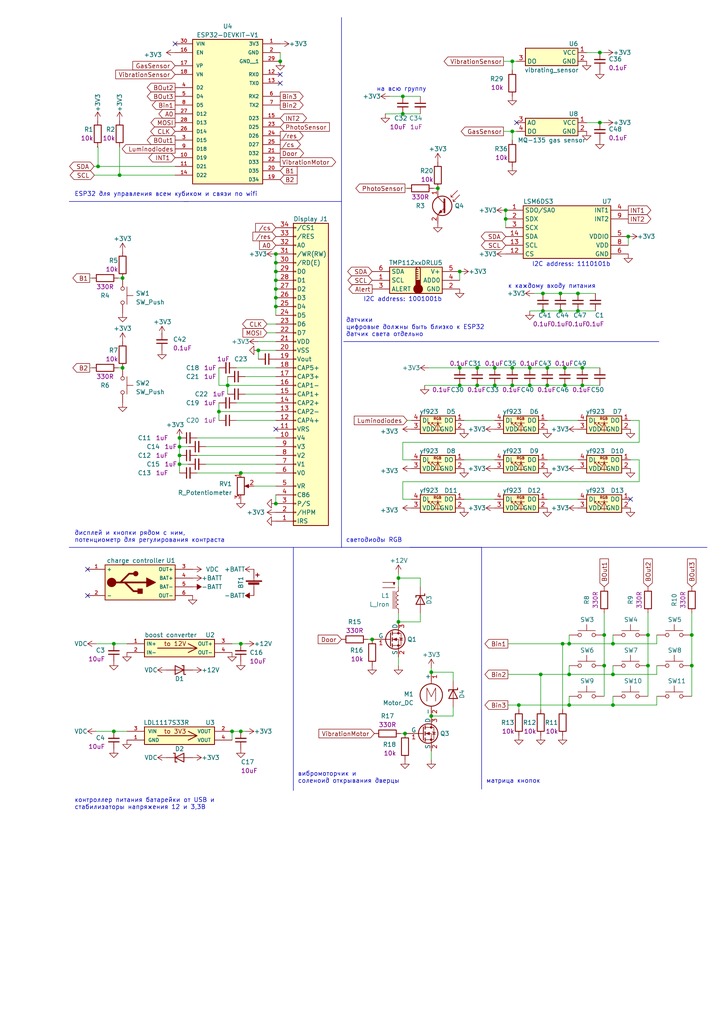
<source format=kicad_sch>
(kicad_sch (version 20230121) (generator eeschema)
  (paper "A4" portrait)
  (title_block (title "Странный кубик") (date "2023-06-27") (rev "1") (company "НТЦ Вулкан") (comment 1 "Странные игры") (comment 2 "Круглов В. С."))
  (junction (at 177.8 204.47))
  (junction (at 143.51 106.68))
  (junction (at 138.43 106.68))
  (junction (at 163.83 106.68))
  (junction (at 52.07 127))
  (junction (at 133.35 106.68))
  (junction (at 80.01 76.2))
  (junction (at 35.56 106.68))
  (junction (at 80.01 88.9))
  (junction (at 80.01 86.36))
  (junction (at 153.67 111.76))
  (junction (at 187.96 193.04))
  (junction (at 165.1 195.58))
  (junction (at 34.6964 50.8))
  (junction (at 162.56 85.09))
  (junction (at 52.07 129.54))
  (junction (at 165.1 186.69))
  (junction (at 173.99 15.24))
  (junction (at 158.75 106.68))
  (junction (at 148.59 111.76))
  (junction (at 69.85 186.69))
  (junction (at 150.495 204.47))
  (junction (at 116.84 27.94))
  (junction (at 80.01 146.05))
  (junction (at 133.35 111.76))
  (junction (at 177.8 195.58))
  (junction (at 52.07 132.08))
  (junction (at 115.57 167.64))
  (junction (at 107.95 185.42))
  (junction (at 117.475 212.725))
  (junction (at 66.04 111.76))
  (junction (at 67.31 212.09))
  (junction (at 163.83 111.76))
  (junction (at 74.93 101.6))
  (junction (at 158.75 111.76))
  (junction (at 35.56 80.645))
  (junction (at 80.01 81.28))
  (junction (at 200.66 184.15))
  (junction (at 163.195 186.69))
  (junction (at 80.01 73.66))
  (junction (at 33.02 186.69))
  (junction (at 143.51 111.76))
  (junction (at 146.685 60.96))
  (junction (at 148.59 17.78))
  (junction (at 165.1 204.47))
  (junction (at 177.8 186.69))
  (junction (at 167.64 85.09))
  (junction (at 115.57 180.34))
  (junction (at 173.99 35.56))
  (junction (at 182.245 68.58))
  (junction (at 69.85 212.09))
  (junction (at 157.48 90.17))
  (junction (at 125.095 194.945))
  (junction (at 162.56 90.17))
  (junction (at 52.07 134.62))
  (junction (at 63.5 119.38))
  (junction (at 80.01 78.74))
  (junction (at 200.66 193.04))
  (junction (at 157.48 85.09))
  (junction (at 175.26 184.15))
  (junction (at 116.84 33.02))
  (junction (at 148.59 106.68))
  (junction (at 81.28 17.78))
  (junction (at 167.64 90.17))
  (junction (at 148.59 38.1))
  (junction (at 80.01 83.82))
  (junction (at 168.91 106.68))
  (junction (at 175.26 193.04))
  (junction (at 127 54.61))
  (junction (at 168.91 111.76))
  (junction (at 187.96 184.15))
  (junction (at 69.85 137.16))
  (junction (at 138.43 111.76))
  (junction (at 28.448 48.26))
  (junction (at 133.35 78.74))
  (junction (at 33.02 212.09))
  (junction (at 146.685 63.5))
  (junction (at 125.095 207.645))
  (junction (at 156.845 195.58))
  (junction (at 153.67 106.68))
  (no_connect (at 182.88 144.78))
  (no_connect (at 50.8 12.7))
  (no_connect (at 25.4 165.1))
  (no_connect (at 80.01 124.46))
  (no_connect (at 81.28 24.13))
  (no_connect (at 25.4 172.72))
  (no_connect (at 149.86 35.56))
  (no_connect (at 81.28 21.59))
  (wire (pts (xy 167.64 85.09) (xy 172.72 85.09)))
  (wire (pts (xy 131.445 205.105) (xy 131.445 207.645)))
  (wire (pts (xy 165.1 204.47) (xy 177.8 204.47)))
  (polyline (pts (xy 20.066 158.75) (xy 99.06 158.75)))
  (wire (pts (xy 63.5 116.84) (xy 63.5 119.38)))
  (wire (pts (xy 115.57 166.37) (xy 115.57 167.64)))
  (wire (pts (xy 121.92 177.8) (xy 121.92 180.34)))
  (wire (pts (xy 118.11 54.61) (xy 117.475 54.61)))
  (wire (pts (xy 143.51 106.68) (xy 148.59 106.68)))
  (wire (pts (xy 131.445 194.945) (xy 125.095 194.945)))
  (wire (pts (xy 134.62 144.78) (xy 143.51 144.78)))
  (wire (pts (xy 67.31 212.09) (xy 67.31 214.63)))
  (wire (pts (xy 147.32 186.69) (xy 163.195 186.69)))
  (wire (pts (xy 182.245 68.58) (xy 182.245 71.12)))
  (wire (pts (xy 182.88 133.35) (xy 185.42 133.35)))
  (wire (pts (xy 177.8 184.15) (xy 177.8 186.69)))
  (wire (pts (xy 168.91 111.76) (xy 173.99 111.76)))
  (wire (pts (xy 63.5 119.38) (xy 63.5 121.92)))
  (wire (pts (xy 162.56 90.17) (xy 157.48 90.17)))
  (wire (pts (xy 190.5 184.15) (xy 190.5 186.69)))
  (wire (pts (xy 173.99 35.56) (xy 175.26 35.56)))
  (wire (pts (xy 148.59 106.68) (xy 153.67 106.68)))
  (wire (pts (xy 118.11 121.92) (xy 119.38 121.92)))
  (wire (pts (xy 80.01 78.74) (xy 80.01 81.28)))
  (wire (pts (xy 71.12 186.69) (xy 69.85 186.69)))
  (wire (pts (xy 125.095 220.345) (xy 125.095 217.805)))
  (wire (pts (xy 158.75 144.78) (xy 167.64 144.78)))
  (wire (pts (xy 163.195 186.69) (xy 163.195 205.74)))
  (wire (pts (xy 148.59 20.32) (xy 148.59 17.78)))
  (wire (pts (xy 57.15 137.16) (xy 69.85 137.16)))
  (wire (pts (xy 134.62 133.35) (xy 143.51 133.35)))
  (wire (pts (xy 27.94 186.69) (xy 33.02 186.69)))
  (wire (pts (xy 52.07 134.62) (xy 54.61 134.62)))
  (wire (pts (xy 150.495 204.47) (xy 150.495 205.74)))
  (wire (pts (xy 150.495 204.47) (xy 165.1 204.47)))
  (wire (pts (xy 156.845 195.58) (xy 165.1 195.58)))
  (wire (pts (xy 163.83 106.68) (xy 168.91 106.68)))
  (wire (pts (xy 113.03 27.94) (xy 116.84 27.94)))
  (wire (pts (xy 52.07 132.08) (xy 52.07 134.62)))
  (wire (pts (xy 26.035 106.68) (xy 26.67 106.68)))
  (wire (pts (xy 28.194 42.672) (xy 28.194 42.6212)))
  (wire (pts (xy 106.68 185.42) (xy 107.95 185.42)))
  (wire (pts (xy 170.18 35.56) (xy 173.99 35.56)))
  (wire (pts (xy 52.07 127) (xy 52.07 129.54)))
  (wire (pts (xy 200.66 184.15) (xy 200.66 193.04)))
  (wire (pts (xy 125.095 193.675) (xy 125.095 194.945)))
  (wire (pts (xy 177.8 195.58) (xy 190.5 195.58)))
  (wire (pts (xy 121.92 170.18) (xy 121.92 167.64)))
  (wire (pts (xy 68.58 116.84) (xy 80.01 116.84)))
  (wire (pts (xy 163.195 186.69) (xy 165.1 186.69)))
  (wire (pts (xy 200.66 177.8) (xy 200.66 184.15)))
  (polyline (pts (xy 85.09 158.75) (xy 85.09 229.235)))
  (wire (pts (xy 200.66 193.04) (xy 200.66 201.93)))
  (wire (pts (xy 158.75 133.35) (xy 167.64 133.35)))
  (wire (pts (xy 133.35 78.74) (xy 133.35 81.28)))
  (wire (pts (xy 177.8 204.47) (xy 190.5 204.47)))
  (wire (pts (xy 165.1 184.15) (xy 165.1 186.69)))
  (wire (pts (xy 77.47 93.98) (xy 80.01 93.98)))
  (wire (pts (xy 175.26 177.8) (xy 175.26 184.15)))
  (wire (pts (xy 27.305 48.26) (xy 28.448 48.26)))
  (polyline (pts (xy 99.06 58.42) (xy 99.06 158.75)))
  (wire (pts (xy 131.445 207.645) (xy 125.095 207.645)))
  (wire (pts (xy 80.01 86.36) (xy 80.01 88.9)))
  (polyline (pts (xy 139.7 158.75) (xy 205.105 158.75)))
  (wire (pts (xy 187.96 177.8) (xy 187.96 184.15)))
  (wire (pts (xy 74.93 99.06) (xy 80.01 99.06)))
  (wire (pts (xy 33.02 212.09) (xy 36.83 212.09)))
  (wire (pts (xy 73.66 140.97) (xy 80.01 140.97)))
  (wire (pts (xy 153.67 90.17) (xy 157.48 90.17)))
  (wire (pts (xy 146.685 63.5) (xy 146.685 66.04)))
  (wire (pts (xy 119.38 144.78) (xy 116.84 144.78)))
  (wire (pts (xy 173.99 15.24) (xy 175.26 15.24)))
  (wire (pts (xy 165.1 195.58) (xy 177.8 195.58)))
  (wire (pts (xy 168.91 106.68) (xy 173.99 106.68)))
  (polyline (pts (xy 99.06 5.08) (xy 99.06 58.42)))
  (polyline (pts (xy 139.7 193.04) (xy 139.7 228.854)))
  (wire (pts (xy 52.07 129.54) (xy 54.61 129.54)))
  (wire (pts (xy 146.05 17.78) (xy 148.59 17.78)))
  (wire (pts (xy 116.84 139.7) (xy 185.42 139.7)))
  (wire (pts (xy 165.1 201.93) (xy 165.1 204.47)))
  (wire (pts (xy 71.12 114.3) (xy 80.01 114.3)))
  (wire (pts (xy 71.12 109.22) (xy 80.01 109.22)))
  (wire (pts (xy 115.57 167.64) (xy 115.57 170.18)))
  (wire (pts (xy 81.28 15.24) (xy 81.28 17.78)))
  (wire (pts (xy 34.6964 50.8) (xy 50.8 50.8)))
  (wire (pts (xy 67.31 212.09) (xy 69.85 212.09)))
  (wire (pts (xy 66.04 111.76) (xy 66.04 114.3)))
  (wire (pts (xy 165.1 193.04) (xy 165.1 195.58)))
  (wire (pts (xy 80.01 76.2) (xy 80.01 78.74)))
  (wire (pts (xy 133.35 106.68) (xy 138.43 106.68)))
  (wire (pts (xy 158.75 111.76) (xy 163.83 111.76)))
  (polyline (pts (xy 229.87 237.49) (xy 230.124 237.49)))
  (wire (pts (xy 59.69 134.62) (xy 80.01 134.62)))
  (wire (pts (xy 69.85 212.09) (xy 71.12 212.09)))
  (wire (pts (xy 138.43 106.68) (xy 143.51 106.68)))
  (wire (pts (xy 190.5 201.93) (xy 190.5 204.47)))
  (wire (pts (xy 124.46 106.68) (xy 133.35 106.68)))
  (wire (pts (xy 27.3812 50.8) (xy 34.6964 50.8)))
  (wire (pts (xy 190.5 193.04) (xy 190.5 195.58)))
  (wire (pts (xy 116.84 133.35) (xy 116.84 128.27)))
  (wire (pts (xy 28.448 42.672) (xy 28.194 42.672)))
  (wire (pts (xy 177.8 201.93) (xy 177.8 204.47)))
  (wire (pts (xy 80.01 83.82) (xy 80.01 86.36)))
  (polyline (pts (xy 99.695 99.06) (xy 191.135 99.06)))
  (wire (pts (xy 162.56 85.09) (xy 167.64 85.09)))
  (wire (pts (xy 138.43 111.76) (xy 143.51 111.76)))
  (polyline (pts (xy 54.61 58.42) (xy 53.34 58.42)))
  (wire (pts (xy 162.56 85.09) (xy 157.48 85.09)))
  (wire (pts (xy 175.26 184.15) (xy 175.26 193.04)))
  (wire (pts (xy 182.88 121.92) (xy 185.42 121.92)))
  (wire (pts (xy 158.75 121.92) (xy 167.64 121.92)))
  (wire (pts (xy 67.31 186.69) (xy 69.85 186.69)))
  (wire (pts (xy 34.29 106.68) (xy 35.56 106.68)))
  (wire (pts (xy 133.35 111.76) (xy 138.43 111.76)))
  (wire (pts (xy 68.58 121.92) (xy 80.01 121.92)))
  (wire (pts (xy 66.04 109.22) (xy 66.04 111.76)))
  (wire (pts (xy 143.51 111.76) (xy 148.59 111.76)))
  (polyline (pts (xy 99.06 158.75) (xy 139.7 158.75)))
  (wire (pts (xy 46.99 97.155) (xy 46.99 96.52)))
  (wire (pts (xy 111.76 33.02) (xy 116.84 33.02)))
  (wire (pts (xy 28.194 42.6212) (xy 28.3464 42.6212)))
  (wire (pts (xy 80.01 73.66) (xy 80.01 76.2)))
  (wire (pts (xy 66.04 111.76) (xy 80.01 111.76)))
  (wire (pts (xy 123.19 111.76) (xy 133.35 111.76)))
  (wire (pts (xy 148.59 38.1) (xy 149.86 38.1)))
  (polyline (pts (xy 54.61 58.42) (xy 99.06 58.42)))
  (wire (pts (xy 148.59 17.78) (xy 149.86 17.78)))
  (wire (pts (xy 185.42 133.35) (xy 185.42 139.7)))
  (wire (pts (xy 119.38 133.35) (xy 116.84 133.35)))
  (wire (pts (xy 177.8 193.04) (xy 177.8 195.58)))
  (wire (pts (xy 121.92 180.34) (xy 115.57 180.34)))
  (wire (pts (xy 116.84 33.02) (xy 121.92 33.02)))
  (wire (pts (xy 116.84 144.78) (xy 116.84 139.7)))
  (polyline (pts (xy 139.7 158.75) (xy 139.7 193.04)))
  (wire (pts (xy 154.94 85.09) (xy 157.48 85.09)))
  (wire (pts (xy 74.93 101.6) (xy 80.01 101.6)))
  (wire (pts (xy 187.96 184.15) (xy 187.96 193.04)))
  (wire (pts (xy 26.035 80.645) (xy 26.67 80.645)))
  (wire (pts (xy 147.32 195.58) (xy 156.845 195.58)))
  (wire (pts (xy 57.15 127) (xy 80.01 127)))
  (wire (pts (xy 162.56 90.17) (xy 167.64 90.17)))
  (wire (pts (xy 148.59 40.64) (xy 148.59 38.1)))
  (wire (pts (xy 116.84 27.94) (xy 121.92 27.94)))
  (wire (pts (xy 170.18 15.24) (xy 173.99 15.24)))
  (wire (pts (xy 116.205 212.725) (xy 117.475 212.725)))
  (polyline (pts (xy 118.872 158.75) (xy 139.7 158.75)))
  (wire (pts (xy 177.8 186.69) (xy 190.5 186.69)))
  (wire (pts (xy 28.448 48.26) (xy 50.8 48.26)))
  (wire (pts (xy 146.05 38.1) (xy 148.59 38.1)))
  (wire (pts (xy 66.04 111.76) (xy 63.5 111.76)))
  (wire (pts (xy 69.85 137.16) (xy 80.01 137.16)))
  (wire (pts (xy 115.57 177.8) (xy 115.57 180.34)))
  (wire (pts (xy 63.5 119.38) (xy 80.01 119.38)))
  (wire (pts (xy 59.69 129.54) (xy 80.01 129.54)))
  (wire (pts (xy 68.58 106.68) (xy 80.01 106.68)))
  (wire (pts (xy 52.07 134.62) (xy 52.07 137.16)))
  (wire (pts (xy 185.42 121.92) (xy 185.42 128.27)))
  (wire (pts (xy 187.96 193.04) (xy 187.96 201.93)))
  (wire (pts (xy 165.1 186.69) (xy 177.8 186.69)))
  (wire (pts (xy 134.62 121.92) (xy 143.51 121.92)))
  (wire (pts (xy 28.448 48.26) (xy 28.448 42.672)))
  (wire (pts (xy 80.01 143.51) (xy 80.01 146.05)))
  (wire (pts (xy 148.59 111.76) (xy 153.67 111.76)))
  (wire (pts (xy 34.29 80.645) (xy 35.56 80.645)))
  (polyline (pts (xy 20.066 58.42) (xy 54.61 58.42)))
  (wire (pts (xy 121.92 167.64) (xy 115.57 167.64)))
  (wire (pts (xy 127 54.61) (xy 125.73 54.61)))
  (wire (pts (xy 116.84 128.27) (xy 185.42 128.27)))
  (wire (pts (xy 27.94 212.09) (xy 33.02 212.09)))
  (wire (pts (xy 153.67 106.68) (xy 158.75 106.68)))
  (wire (pts (xy 163.83 111.76) (xy 168.91 111.76)))
  (wire (pts (xy 63.5 111.76) (xy 63.5 106.68)))
  (wire (pts (xy 175.26 193.04) (xy 175.26 201.93)))
  (wire (pts (xy 74.93 104.14) (xy 74.93 101.6)))
  (wire (pts (xy 80.01 88.9) (xy 80.01 91.44)))
  (wire (pts (xy 131.445 197.485) (xy 131.445 194.945)))
  (wire (pts (xy 77.47 96.52) (xy 80.01 96.52)))
  (wire (pts (xy 115.57 193.04) (xy 115.57 190.5)))
  (wire (pts (xy 156.845 195.58) (xy 156.845 205.74)))
  (wire (pts (xy 33.02 186.69) (xy 36.83 186.69)))
  (wire (pts (xy 153.67 111.76) (xy 158.75 111.76)))
  (wire (pts (xy 172.72 90.17) (xy 167.64 90.17)))
  (wire (pts (xy 34.6964 42.6212) (xy 34.6964 50.8)))
  (wire (pts (xy 147.32 204.47) (xy 150.495 204.47)))
  (wire (pts (xy 158.75 106.68) (xy 163.83 106.68)))
  (wire (pts (xy 146.685 60.96) (xy 146.685 63.5)))
  (wire (pts (xy 80.01 81.28) (xy 80.01 83.82)))
  (wire (pts (xy 57.15 132.08) (xy 80.01 132.08)))
  (wire (pts (xy 52.07 129.54) (xy 52.07 132.08)))
  (text "к каждому входу питания" (at 147.32 83.82 0) (effects (font (size 1.27 1.27)) (justify left bottom)))
  (text "светодиоды RGB " (at 100.33 157.48 0) (effects (font (size 1.27 1.27)) (justify left bottom)))
  (text "ESP32 для управления всем кубиком и связи по wifi\n" (at 21.59 57.15 0) (effects (font (size 1.27 1.27)) (justify left bottom)))
  (text "матрица кнопок\n" (at 140.97 227.33 0) (effects (font (size 1.27 1.27)) (justify left bottom)))
  (text "вибромоторчик и \nсоленоид открывания дверцы" (at 86.36 227.33 0) (effects (font (size 1.27 1.27)) (justify left bottom)))
  (text "дисплей и кнопки рядом с ним,\nпотенциометр для регулирования контраста" (at 21.59 157.48 0) (effects (font (size 1.27 1.27)) (justify left bottom)))
  (text "на всю группу\n" (at 109.22 26.67 0) (effects (font (size 1.27 1.27)) (justify left bottom)))
  (text "I2C address: 1001001b" (at 105.41 87.63 0) (effects (font (size 1.27 1.27)) (justify left bottom)))
  (text "датчики\nцифровые должны быть близко к ESP32\nдатчик света отдельно" (at 100.33 97.79 0) (effects (font (size 1.27 1.27)) (justify left bottom)))
  (text "I2C address: 1110101b" (at 154.305 77.47 0) (effects (font (size 1.27 1.27)) (justify left bottom)))
  (text "контроллер питания батарейки от USB и\nстабилизаторы напряжения 12 и 3,3В" (at 21.59 234.95 0) (effects (font (size 1.27 1.27)) (justify left bottom)))
  (global_label "B1" (shape input) (at 81.28 49.53 0) (property "Intersheetrefs" "${INTERSHEET_REFS}" (effects hide)))
  (global_label "BOut3" (shape input) (at 200.66 170.18 90) (property "Intersheetrefs" "${INTERSHEET_REFS}" (effects hide)))
  (global_label "Bin2" (shape output) (at 81.28 30.48 0) (property "Intersheetrefs" "${INTERSHEET_REFS}" (effects hide)))
  (global_label "Bin3" (shape output) (at 147.32 204.47 180) (property "Intersheetrefs" "${INTERSHEET_REFS}" (effects hide)))
  (global_label "{slash}cs" (shape input) (at 80.01 66.04 180) (property "Intersheetrefs" "${INTERSHEET_REFS}" (effects hide)))
  (global_label "Door" (shape output) (at 81.28 44.45 0) (property "Intersheetrefs" "${INTERSHEET_REFS}" (effects hide)))
  (global_label "BOut1" (shape input) (at 175.26 170.18 90) (property "Intersheetrefs" "${INTERSHEET_REFS}" (effects hide)))
  (global_label "BOut2" (shape output) (at 50.8 25.4 180) (property "Intersheetrefs" "${INTERSHEET_REFS}" (effects hide)))
  (global_label "PhotoSensor" (shape input) (at 81.28 36.83 0) (property "Intersheetrefs" "${INTERSHEET_REFS}" (effects hide)))
  (global_label "GasSensor" (shape input) (at 50.8 19.05 180) (property "Intersheetrefs" "${INTERSHEET_REFS}" (effects hide)))
  (global_label "Bin1" (shape output) (at 50.8 30.48 180) (property "Intersheetrefs" "${INTERSHEET_REFS}" (effects hide)))
  (global_label "Luminodiodes" (shape input) (at 118.11 121.92 180) (property "Intersheetrefs" "${INTERSHEET_REFS}" (effects hide)))
  (global_label "Luminodiodes" (shape output) (at 50.8 43.18 180) (property "Intersheetrefs" "${INTERSHEET_REFS}" (effects hide)))
  (global_label "CLK" (shape bidirectional) (at 50.8 38.1 180) (property "Intersheetrefs" "${INTERSHEET_REFS}" (effects hide)))
  (global_label "BOut2" (shape input) (at 187.96 170.18 90) (property "Intersheetrefs" "${INTERSHEET_REFS}" (effects hide)))
  (global_label "B2" (shape output) (at 26.035 106.68 180) (property "Intersheetrefs" "${INTERSHEET_REFS}" (effects hide)))
  (global_label "{slash}res" (shape input) (at 80.01 68.58 180) (property "Intersheetrefs" "${INTERSHEET_REFS}" (effects hide)))
  (global_label "SCL" (shape bidirectional) (at 146.685 71.12 180) (property "Intersheetrefs" "${INTERSHEET_REFS}" (effects hide)))
  (global_label "MOSI" (shape input) (at 77.47 96.52 180) (property "Intersheetrefs" "${INTERSHEET_REFS}" (effects hide)))
  (global_label "INT2" (shape bidirectional) (at 81.28 34.29 0) (property "Intersheetrefs" "${INTERSHEET_REFS}" (effects hide)))
  (global_label "GasSensor" (shape output) (at 146.05 38.1 180) (property "Intersheetrefs" "${INTERSHEET_REFS}" (effects hide)))
  (global_label "B1" (shape output) (at 26.035 80.645 180) (property "Intersheetrefs" "${INTERSHEET_REFS}" (effects hide)))
  (global_label "INT1" (shape bidirectional) (at 50.8 45.72 180) (property "Intersheetrefs" "${INTERSHEET_REFS}" (effects hide)))
  (global_label "A0" (shape input) (at 80.01 71.12 180) (property "Intersheetrefs" "${INTERSHEET_REFS}" (effects hide)))
  (global_label "BOut3" (shape output) (at 50.8 27.94 180) (property "Intersheetrefs" "${INTERSHEET_REFS}" (effects hide)))
  (global_label "B2" (shape input) (at 81.28 52.07 0) (property "Intersheetrefs" "${INTERSHEET_REFS}" (effects hide)))
  (global_label "BOut1" (shape output) (at 50.8 40.64 180) (property "Intersheetrefs" "${INTERSHEET_REFS}" (effects hide)))
  (global_label "SDA" (shape bidirectional) (at 107.95 78.74 180) (property "Intersheetrefs" "${INTERSHEET_REFS}" (effects hide)))
  (global_label "VibrationMotor" (shape output) (at 81.28 46.99 0) (property "Intersheetrefs" "${INTERSHEET_REFS}" (effects hide)))
  (global_label "Alert" (shape output) (at 107.95 83.82 180) (property "Intersheetrefs" "${INTERSHEET_REFS}" (effects hide)))
  (global_label "{slash}cs" (shape output) (at 81.28 41.91 0) (property "Intersheetrefs" "${INTERSHEET_REFS}" (effects hide)))
  (global_label "A0" (shape output) (at 50.8 33.02 180) (property "Intersheetrefs" "${INTERSHEET_REFS}" (effects hide)))
  (global_label "SCL" (shape bidirectional) (at 107.95 81.28 180) (property "Intersheetrefs" "${INTERSHEET_REFS}" (effects hide)))
  (global_label "Bin3" (shape output) (at 81.28 27.94 0) (property "Intersheetrefs" "${INTERSHEET_REFS}" (effects hide)))
  (global_label "{slash}res" (shape output) (at 81.28 39.37 0) (property "Intersheetrefs" "${INTERSHEET_REFS}" (effects hide)))
  (global_label "MOSI" (shape output) (at 50.8 35.56 180) (property "Intersheetrefs" "${INTERSHEET_REFS}" (effects hide)))
  (global_label "INT2" (shape output) (at 182.245 63.5 0) (property "Intersheetrefs" "${INTERSHEET_REFS}" (effects hide)))
  (global_label "Bin2" (shape output) (at 147.32 195.58 180) (property "Intersheetrefs" "${INTERSHEET_REFS}" (effects hide)))
  (global_label "VibrationMotor" (shape input) (at 108.585 212.725 180) (property "Intersheetrefs" "${INTERSHEET_REFS}" (effects hide)))
  (global_label "SDA" (shape bidirectional) (at 146.685 68.58 180) (property "Intersheetrefs" "${INTERSHEET_REFS}" (effects hide)))
  (global_label "INT1" (shape output) (at 182.245 60.96 0) (property "Intersheetrefs" "${INTERSHEET_REFS}" (effects hide)))
  (global_label "CLK" (shape bidirectional) (at 77.47 93.98 180) (property "Intersheetrefs" "${INTERSHEET_REFS}" (effects hide)))
  (global_label "SDA" (shape bidirectional) (at 27.305 48.26 180) (property "Intersheetrefs" "${INTERSHEET_REFS}" (effects hide)))
  (global_label "Bin1" (shape output) (at 147.32 186.69 180) (property "Intersheetrefs" "${INTERSHEET_REFS}" (effects hide)))
  (global_label "VibrationSensor" (shape output) (at 146.05 17.78 180) (property "Intersheetrefs" "${INTERSHEET_REFS}" (effects hide)))
  (global_label "PhotoSensor" (shape output) (at 117.475 54.61 180) (property "Intersheetrefs" "${INTERSHEET_REFS}" (effects hide)))
  (global_label "VibrationSensor" (shape input) (at 50.8 21.59 180) (property "Intersheetrefs" "${INTERSHEET_REFS}" (effects hide)))
  (global_label "SCL" (shape bidirectional) (at 27.3812 50.8 180) (property "Intersheetrefs" "${INTERSHEET_REFS}" (effects hide)))
  (global_label "Door" (shape input) (at 99.06 185.42 180) (property "Intersheetrefs" "${INTERSHEET_REFS}" (effects hide)))
  (symbol (lib_id "Library:C_Generic") (at 66.04 106.68 270) (mirror x) (unit 1)
    (property "Reference" "C18" (at 55.88 106.68 90))
    (property "Value" "C_Generic" (effects hide))
    (property "Footprint" "PCM_Capacitor_SMD_AKL:C_0402_1005Metric" (effects hide))
    (property "Datasheet" "https://www.chipdip.ru/product0/9000255860" (effects hide))
    (property "Capacity" "1uF" (at 60.96 106.68 90))
    (property "Voltage" "16V" (effects hide))
  )
  (symbol (lib_id "PCM_4ms_Power-symbol:GND") (at 182.88 124.46 0) (mirror y) (unit 1)
    (property "Reference" "#PWR0111" (effects hide))
    (property "Value" "GND" (effects hide))
  )
  (symbol (lib_id "power:+3V3") (at 80.01 73.66 90) (unit 1)
    (property "Reference" "#PWR012" (effects hide))
    (property "Value" "+3V3" (at 77.47 73.66 90) (effects (justify left)))
  )
  (symbol (lib_id "PCM_4ms_Power-symbol:GND") (at 182.88 147.32 0) (mirror y) (unit 1)
    (property "Reference" "#PWR0113" (effects hide))
    (property "Value" "GND" (effects hide))
  )
  (symbol (lib_name "1N914WT_1") (lib_id "Diode:1N914WT") (at 52.07 194.31 180) (unit 1)
    (property "Reference" "D1" (at 52.07 196.85 0))
    (property "Value" "S07B-GS08" (effects hide))
    (property "Footprint" "Diode_SMD:D_SMF" (effects hide))
    (property "Datasheet" "https://www.chipdip.ru/product0/8018882950" (effects hide))
    (property "Sim.Device" "D" (effects hide))
    (property "Sim.Pins" "1=K 2=A" (effects hide))
  )
  (symbol (lib_id "Library:C_Generic") (at 68.58 114.3 270) (mirror x) (unit 1)
    (property "Reference" "C22" (at 58.42 114.3 90))
    (property "Value" "C_Generic" (effects hide))
    (property "Footprint" "PCM_Capacitor_SMD_AKL:C_0402_1005Metric" (effects hide))
    (property "Datasheet" "https://www.chipdip.ru/product0/9000255860" (effects hide))
    (property "Capacity" "1uF" (at 63.5 114.3 90))
    (property "Voltage" "16V" (effects hide))
  )
  (symbol (lib_id "Library:1.2k_0603") (at 30.48 80.645 270) (unit 1)
    (property "Reference" "R4" (at 30.48 85.725 90))
    (property "Value" "330_0805" (effects hide))
    (property "Footprint" "PCM_4ms_Resistor:R_0805_2012Metric" (effects hide))
    (property "Datasheet" "https://www.chipdip.ru/product/0.125w-0805-1.2-kom-1" (effects hide))
    (property "Specifications" "330, 1%, 1/10W, 0805" (effects hide))
    (property "Manufacturer" "Yageo" (effects hide))
    (property "Part Number" "RC0603FR-071K2L" (effects hide))
    (property "Display" "330R" (at 30.48 83.185 90))
    (property "JLCPCB ID" "C22765" (effects hide))
  )
  (symbol (lib_id "power:+3V3") (at 34.6964 35.0012 0) (unit 1)
    (property "Reference" "#PWR07" (effects hide))
    (property "Value" "+3V3" (at 34.6964 32.4612 90) (effects (justify left)))
  )
  (symbol (lib_id "PCM_4ms_Power-symbol:+12V") (at 71.12 186.69 270) (unit 1)
    (property "Reference" "#PWR031" (effects hide))
    (property "Value" "+12V" (at 73.66 186.69 90) (effects (justify left)))
  )
  (symbol (lib_id "Library:1.2k_0603") (at 34.6964 38.8112 0) (mirror x) (unit 1)
    (property "Reference" "R2" (at 33.4264 37.5412 0) (effects (justify right)))
    (property "Value" "10k_0805" (effects hide))
    (property "Footprint" "PCM_4ms_Resistor:R_0805_2012Metric" (effects hide))
    (property "Datasheet" "https://www.chipdip.ru/product/0.125w-0805-1.2-kom-1" (effects hide))
    (property "Specifications" "10K, 1%, 1/10W, 0805" (effects hide))
    (property "Manufacturer" "Yageo" (effects hide))
    (property "Part Number" "RC0603FR-071K2L" (effects hide))
    (property "Display" "10k" (at 33.4264 40.0812 0) (effects (justify right)))
    (property "JLCPCB ID" "C22765" (effects hide))
  )
  (symbol (lib_id "Library:C_Generic") (at 173.99 17.78 180) (unit 1)
    (property "Reference" "C36" (at 176.53 17.1386 0) (effects (justify right)))
    (property "Value" "C_Generic" (effects hide))
    (property "Footprint" "PCM_Capacitor_SMD_AKL:C_0402_1005Metric" (effects hide))
    (property "Datasheet" "https://www.chipdip.ru/product0/9000255860" (effects hide))
    (property "Capacity" "0.1uF" (at 176.53 19.6786 0) (effects (justify right)))
    (property "Voltage" "10V" (effects hide))
  )
  (symbol (lib_id "power:+3V3") (at 119.38 147.32 90) (unit 1)
    (property "Reference" "#PWR066" (effects hide))
    (property "Value" "+3V3" (at 115.57 147.955 90) (effects (justify left)))
  )
  (symbol (lib_id "Library:C_Generic") (at 69.85 189.23 180) (unit 1)
    (property "Reference" "C16" (at 72.39 189.23 0) (effects (justify right)))
    (property "Value" "C_Generic" (effects hide))
    (property "Footprint" "PCM_Capacitor_SMD_AKL:C_0805_2012Metric" (effects hide))
    (property "Datasheet" "https://www.chipdip.ru/product/grm21br60j106k" (effects hide))
    (property "Capacity" "10uF" (at 72.39 191.77 0) (effects (justify right)))
    (property "Voltage" "6.3V" (effects hide))
  )
  (symbol (lib_name "APA-106-F5_9") (lib_id "LED:APA-106-F5") (at 127 148.59 0) (unit 1)
    (property "Reference" "D11" (at 130.81 142.24 0))
    (property "Value" "yf923" (at 124.46 142.24 0))
    (property "Footprint" "Library:library" (effects hide))
    (property "Datasheet" "https://cdn.sparkfun.com/datasheets/Components/LED/COM-12877.pdf" (effects hide))
  )
  (symbol (lib_id "power:+3V3") (at 146.685 73.66 90) (unit 1)
    (property "Reference" "#PWR070" (effects hide))
    (property "Value" "+3V3" (at 144.145 73.66 90) (effects (justify left)))
  )
  (symbol (lib_id "power:VDC") (at 27.94 212.09 90) (unit 1)
    (property "Reference" "#PWR02" (effects hide))
    (property "Value" "VDC" (at 25.4 212.09 90) (effects (justify left)))
  )
  (symbol (lib_id "PCM_4ms_Power-symbol:GND") (at 35.56 90.805 0) (mirror y) (unit 1)
    (property "Reference" "#PWR014" (effects hide))
    (property "Value" "GND" (effects hide))
  )
  (symbol (lib_id "power:+BATT") (at 73.66 165.1 90) (unit 1)
    (property "Reference" "#PWR033" (effects hide))
    (property "Value" "+BATT" (at 71.12 165.1 90) (effects (justify left)))
  )
  (symbol (lib_id "Switch:SW_Push") (at 182.88 193.04 0) (unit 1)
    (property "Reference" "SW7" (at 180.975 188.595 0) (effects (justify left)))
    (property "Value" "SW_Push" (effects hide))
    (property "Footprint" "Button_Switch_THT:SW_PUSH-12mm" (effects hide))
  )
  (symbol (lib_id "power:+3V3") (at 28.3464 35.0012 0) (unit 1)
    (property "Reference" "#PWR03" (effects hide))
    (property "Value" "+3V3" (at 28.3464 32.4612 90) (effects (justify left)))
  )
  (symbol (lib_name "APA-106-F5_9") (lib_id "LED:APA-106-F5") (at 127 125.73 0) (unit 1)
    (property "Reference" "D5" (at 130.81 119.38 0))
    (property "Value" "yf923" (at 124.46 119.38 0))
    (property "Footprint" "Library:library" (effects hide))
    (property "Datasheet" "https://cdn.sparkfun.com/datasheets/Components/LED/COM-12877.pdf" (effects hide))
  )
  (symbol (lib_id "Library:1.2k_0603") (at 30.48 106.68 270) (unit 1)
    (property "Reference" "R6" (at 30.48 111.76 90))
    (property "Value" "330_0805" (effects hide))
    (property "Footprint" "PCM_4ms_Resistor:R_0805_2012Metric" (effects hide))
    (property "Datasheet" "https://www.chipdip.ru/product/0.125w-0805-1.2-kom-1" (effects hide))
    (property "Specifications" "330, 1%, 1/10W, 0805" (effects hide))
    (property "Manufacturer" "Yageo" (effects hide))
    (property "Part Number" "RC0603FR-071K2L" (effects hide))
    (property "Display" "330R" (at 30.48 109.22 90))
    (property "JLCPCB ID" "C22765" (effects hide))
  )
  (symbol (lib_id "power:+3V3") (at 167.64 124.46 90) (unit 1)
    (property "Reference" "#PWR0108" (effects hide))
    (property "Value" "+3V3" (at 165.1 124.46 90) (effects (justify left)))
  )
  (symbol (lib_id "power:VDC") (at 48.26 194.31 90) (unit 1)
    (property "Reference" "#PWR017" (effects hide))
    (property "Value" "VDC" (at 45.72 194.31 90) (effects (justify left)))
  )
  (symbol (lib_id "power:+3V3") (at 154.94 85.09 90) (mirror x) (unit 1)
    (property "Reference" "#PWR093" (effects hide))
    (property "Value" "+3V3" (at 152.4 85.09 90) (effects (justify left)))
  )
  (symbol (lib_id "Library:C_Generic") (at 116.84 30.48 180) (unit 1)
    (property "Reference" "C32" (at 114.3 34.29 0) (effects (justify right)))
    (property "Value" "C_Generic" (effects hide))
    (property "Footprint" "PCM_Capacitor_SMD_AKL:C_0805_2012Metric" (effects hide))
    (property "Datasheet" "https://www.chipdip.ru/product/grm21br60j106k" (effects hide))
    (property "Capacity" "10uF" (at 113.03 36.83 0) (effects (justify right)))
    (property "Voltage" "6.3V" (effects hide))
  )
  (symbol (lib_id "power:+3V3") (at 167.64 135.89 90) (unit 1)
    (property "Reference" "#PWR0109" (effects hide))
    (property "Value" "+3V3" (at 165.1 135.89 90) (effects (justify left)))
  )
  (symbol (lib_id "PCM_4ms_Power-symbol:GND") (at 107.95 193.04 0) (mirror y) (unit 1)
    (property "Reference" "#PWR046" (effects hide))
    (property "Value" "GND" (effects hide))
  )
  (symbol (lib_id "PCM_4ms_Power-symbol:GND") (at 74.93 101.6 270) (mirror x) (unit 1)
    (property "Reference" "#PWR039" (effects hide))
    (property "Value" "GND" (effects hide))
  )
  (symbol (lib_id "Switch:SW_Push") (at 182.88 184.15 0) (unit 1)
    (property "Reference" "SW4" (at 180.975 179.705 0) (effects (justify left)))
    (property "Value" "SW_Push" (effects hide))
    (property "Footprint" "Button_Switch_THT:SW_PUSH-12mm" (effects hide))
  )
  (symbol (lib_id "power:+3V3") (at 81.28 12.7 270) (unit 1)
    (property "Reference" "#PWR036" (effects hide))
    (property "Value" "+3V3" (at 83.82 12.7 90) (effects (justify left)))
  )
  (symbol (lib_id "power:+3V3") (at 113.03 27.94 90) (mirror x) (unit 1)
    (property "Reference" "#PWR074" (effects hide))
    (property "Value" "+3V3" (at 110.49 27.94 90) (effects (justify left)))
  )
  (symbol (lib_id "power:VDC") (at 48.26 219.71 90) (unit 1)
    (property "Reference" "#PWR018" (effects hide))
    (property "Value" "VDC" (at 45.72 219.71 90) (effects (justify left)))
  )
  (symbol (lib_id "power:+BATT") (at 55.88 167.64 270) (unit 1)
    (property "Reference" "#PWR021" (effects hide))
    (property "Value" "+BATT" (at 58.42 167.64 90) (effects (justify left)))
  )
  (symbol (lib_id "Switch:SW_Push") (at 35.56 85.725 270) (unit 1)
    (property "Reference" "SW1" (at 39.37 85.09 90) (effects (justify left)))
    (property "Value" "SW_Push" (at 39.37 87.63 90) (effects (justify left)))
    (property "Footprint" "Button_Switch_THT:SW_PUSH-12mm" (effects hide))
  )
  (symbol (lib_id "power:+3V3") (at 46.99 97.155 0) (unit 1)
    (property "Reference" "#PWR094" (effects hide))
    (property "Value" "+3V3" (at 44.45 93.345 0) (effects (justify left)))
  )
  (symbol (lib_id "Library:1.2k_0603") (at 163.195 209.55 0) (mirror x) (unit 1)
    (property "Reference" "R11" (at 161.925 209.55 0) (effects (justify right)))
    (property "Value" "10k_0805" (effects hide))
    (property "Footprint" "PCM_4ms_Resistor:R_0805_2012Metric" (effects hide))
    (property "Datasheet" "https://www.chipdip.ru/product/0.125w-0805-1.2-kom-1" (effects hide))
    (property "Specifications" "10K, 1%, 1/10W, 0805" (effects hide))
    (property "Manufacturer" "Yageo" (effects hide))
    (property "Part Number" "RC0603FR-071K2L" (effects hide))
    (property "Display" "10k" (at 161.925 212.09 0) (effects (justify right)))
    (property "JLCPCB ID" "C22765" (effects hide))
  )
  (symbol (lib_id "Device:Q_Photo_NPN") (at 129.54 59.69 0) (mirror y) (unit 1)
    (property "Reference" "Q4" (at 134.62 59.69 0) (effects (justify left)))
    (property "Value" "Q_Photo" (effects hide))
    (property "Footprint" "LED_THT:LED_D4.0mm" (effects hide))
  )
  (symbol (lib_id "PCM_4ms_Power-symbol:GND") (at 117.475 220.345 0) (mirror y) (unit 1)
    (property "Reference" "#PWR047" (effects hide))
    (property "Value" "GND" (effects hide))
  )
  (symbol (lib_id "Library:C_Generic") (at 66.04 121.92 270) (mirror x) (unit 1)
    (property "Reference" "C20" (at 55.88 121.92 90))
    (property "Value" "C_Generic" (effects hide))
    (property "Footprint" "PCM_Capacitor_SMD_AKL:C_0402_1005Metric" (effects hide))
    (property "Datasheet" "https://www.chipdip.ru/product0/9000255860" (effects hide))
    (property "Capacity" "1uF" (at 60.96 121.92 90))
    (property "Voltage" "16V" (effects hide))
  )
  (symbol (lib_name "APA-106-F5_9") (lib_id "LED:APA-106-F5") (at 151.13 148.59 0) (unit 1)
    (property "Reference" "D12" (at 154.94 142.24 0))
    (property "Value" "yf923" (at 148.59 142.24 0))
    (property "Footprint" "Library:library" (effects hide))
    (property "Datasheet" "https://cdn.sparkfun.com/datasheets/Components/LED/COM-12877.pdf" (effects hide))
  )
  (symbol (lib_id "Library:1.2k_0603") (at 121.92 54.61 270) (unit 1)
    (property "Reference" "R3" (at 121.92 59.69 90))
    (property "Value" "330_0805" (effects hide))
    (property "Footprint" "PCM_4ms_Resistor:R_0805_2012Metric" (effects hide))
    (property "Datasheet" "https://www.chipdip.ru/product/0.125w-0805-1.2-kom-1" (effects hide))
    (property "Specifications" "330, 1%, 1/10W, 0805" (effects hide))
    (property "Manufacturer" "Yageo" (effects hide))
    (property "Part Number" "RC0603FR-071K2L" (effects hide))
    (property "Display" "330R" (at 121.92 57.15 90))
    (property "JLCPCB ID" "C22765" (effects hide))
  )
  (symbol (lib_id "Library:MQ-135_sensor") (at 160.02 43.18 0) (mirror y) (unit 1)
    (property "Reference" "U8" (at 166.37 33.02 0))
    (property "Value" "MQ-135 gas sensor" (at 160.02 40.64 0))
    (property "Footprint" "Connector_PinHeader_2.54mm:PinHeader_1x04_P2.54mm_Vertical" (effects hide))
    (property "Datasheet" "https://www.chipdip.ru/product/mq-135-gas-sensor" (effects hide))
  )
  (symbol (lib_id "Library:C_Generic") (at 68.58 109.22 270) (mirror x) (unit 1)
    (property "Reference" "C21" (at 55.88 109.22 90))
    (property "Value" "C_Generic" (effects hide))
    (property "Footprint" "PCM_Capacitor_SMD_AKL:C_0402_1005Metric" (effects hide))
    (property "Datasheet" "https://www.chipdip.ru/product0/9000255860" (effects hide))
    (property "Capacity" "1uF" (at 60.96 109.22 90))
    (property "Voltage" "16V" (effects hide))
  )
  (symbol (lib_id "power:-BATT") (at 73.66 172.72 90) (unit 1)
    (property "Reference" "#PWR034" (effects hide))
    (property "Value" "-BATT" (at 71.12 172.72 90) (effects (justify left)))
  )
  (symbol (lib_id "power:+3V3") (at 124.46 106.68 90) (unit 1)
    (property "Reference" "#PWR068" (effects hide))
    (property "Value" "+3V3" (at 121.92 106.68 90) (effects (justify left)))
  )
  (symbol (lib_id "Library:C_Generic") (at 69.85 214.63 180) (unit 1)
    (property "Reference" "C17" (at 69.85 220.98 0) (effects (justify right)))
    (property "Value" "C_Generic" (effects hide))
    (property "Footprint" "PCM_Capacitor_SMD_AKL:C_0805_2012Metric" (effects hide))
    (property "Datasheet" "https://www.chipdip.ru/product/grm21br60j106k" (effects hide))
    (property "Capacity" "10uF" (at 69.85 223.52 0) (effects (justify right)))
    (property "Voltage" "6.3V" (effects hide))
  )
  (symbol (lib_id "Library:C_Generic") (at 173.99 38.1 180) (unit 1)
    (property "Reference" "C48" (at 176.53 37.4586 0) (effects (justify right)))
    (property "Value" "C_Generic" (effects hide))
    (property "Footprint" "PCM_Capacitor_SMD_AKL:C_0402_1005Metric" (effects hide))
    (property "Datasheet" "https://www.chipdip.ru/product0/9000255860" (effects hide))
    (property "Capacity" "0.1uF" (at 176.53 39.9986 0) (effects (justify right)))
    (property "Voltage" "10V" (effects hide))
  )
  (symbol (lib_id "power:+3V3") (at 143.51 135.89 90) (unit 1)
    (property "Reference" "#PWR087" (effects hide))
    (property "Value" "+3V3" (at 140.97 135.89 90) (effects (justify left)))
  )
  (symbol (lib_id "power:+3V3") (at 71.12 212.09 270) (unit 1)
    (property "Reference" "#PWR032" (effects hide))
    (property "Value" "+3V3" (at 73.66 212.09 90) (effects (justify left)))
  )
  (symbol (lib_id "PCM_4ms_Power-symbol:GND") (at 80.01 146.05 270) (mirror x) (unit 1)
    (property "Reference" "#PWR043" (effects hide))
    (property "Value" "GND" (effects hide))
  )
  (symbol (lib_id "Library:1.2k_0603") (at 175.26 173.99 180) (unit 1)
    (property "Reference" "R8" (at 170.18 173.99 90))
    (property "Value" "330_0805" (effects hide))
    (property "Footprint" "PCM_4ms_Resistor:R_0805_2012Metric" (effects hide))
    (property "Datasheet" "https://www.chipdip.ru/product/0.125w-0805-1.2-kom-1" (effects hide))
    (property "Specifications" "330, 1%, 1/10W, 0805" (effects hide))
    (property "Manufacturer" "Yageo" (effects hide))
    (property "Part Number" "RC0603FR-071K2L" (effects hide))
    (property "Display" "330R" (at 172.72 173.99 90))
    (property "JLCPCB ID" "C22765" (effects hide))
  )
  (symbol (lib_id "Switch:SW_Push") (at 170.18 193.04 0) (unit 1)
    (property "Reference" "SW6" (at 168.275 188.595 0) (effects (justify left)))
    (property "Value" "SW_Push" (effects hide))
    (property "Footprint" "Button_Switch_THT:SW_PUSH-12mm" (effects hide))
  )
  (symbol (lib_id "Switch:SW_Push") (at 35.56 111.76 270) (unit 1)
    (property "Reference" "SW2" (at 39.37 111.125 90) (effects (justify left)))
    (property "Value" "SW_Push" (at 39.37 113.665 90) (effects (justify left)))
    (property "Footprint" "Button_Switch_THT:SW_PUSH-12mm" (effects hide))
  )
  (symbol (lib_id "PCM_4ms_Power-symbol:GND") (at 36.83 189.23 0) (unit 1)
    (property "Reference" "#PWR09" (effects hide))
    (property "Value" "GND" (effects hide))
  )
  (symbol (lib_id "Library:C_Generic") (at 172.72 87.63 180) (unit 1)
    (property "Reference" "C1" (at 175.26 91.44 0) (effects (justify left)))
    (property "Value" "C_Generic" (effects hide))
    (property "Footprint" "PCM_Capacitor_SMD_AKL:C_0402_1005Metric" (effects hide))
    (property "Datasheet" "https://www.chipdip.ru/product0/9000255860" (effects hide))
    (property "Capacity" "0.1uF" (at 175.26 93.98 0) (effects (justify left)))
    (property "Voltage" "10V" (effects hide))
  )
  (symbol (lib_id "power:GND") (at 182.245 73.66 0) (mirror y) (unit 1)
    (property "Reference" "#PWR096" (effects hide))
    (property "Value" "GND" (effects hide))
  )
  (symbol (lib_id "Library:C_Generic") (at 54.61 127 90) (unit 1)
    (property "Reference" "C11" (at 41.91 127 90))
    (property "Value" "C_Generic" (effects hide))
    (property "Footprint" "PCM_Capacitor_SMD_AKL:C_0402_1005Metric" (effects hide))
    (property "Datasheet" "https://www.chipdip.ru/product0/9000255860" (effects hide))
    (property "Capacity" "1uF" (at 46.99 127 90))
    (property "Voltage" "16V" (effects hide))
  )
  (symbol (lib_id "PCM_4ms_Power-symbol:GND") (at 80.01 151.13 270) (mirror x) (unit 1)
    (property "Reference" "#PWR045" (effects hide))
    (property "Value" "GND" (effects hide))
  )
  (symbol (lib_id "power:+3V3") (at 119.38 135.89 90) (unit 1)
    (property "Reference" "#PWR065" (effects hide))
    (property "Value" "+3V3" (at 115.57 136.525 90) (effects (justify left)))
  )
  (symbol (lib_id "PCM_4ms_Power-symbol:GND") (at 69.85 217.17 0) (unit 1)
    (property "Reference" "#PWR029" (effects hide))
    (property "Value" "GND" (effects hide))
  )
  (symbol (lib_id "Library:Battery_Cell") (at 73.66 170.18 0) (unit 1)
    (property "Reference" "BT1" (at 69.85 168.91 90))
    (property "Value" "Battery_Cell" (effects hide))
    (property "Footprint" "Battery:BatteryHolder_MPD_BH-18650-PC2" (effects hide))
  )
  (symbol (lib_id "PCM_4ms_Transistor:Si2318") (at 113.03 185.42 0) (unit 1)
    (property "Reference" "Q1" (at 118.11 185.42 0) (effects (justify left)))
    (property "Value" "Si2302A" (effects hide))
    (property "Footprint" "Package_TO_SOT_SMD:SOT-23-3" (effects hide))
    (property "Datasheet" "https://www.chipdip.ru/product/si2302a" (effects hide))
    (property "Specifications" "MOSFET N-chan, 40Vds, Vgs_th=1.2V, Rds=42mOhms" (effects hide))
    (property "Manufacturer" "Vishay Semiconductor" (effects hide))
    (property "Part Number" "SI2318DS-T1-GE3" (effects hide))
    (property "Display" "Si2302A" (effects hide))
    (property "JLCPCB ID" "C14498" (effects hide))
  )
  (symbol (lib_id "Switch:SW_Push") (at 195.58 184.15 0) (unit 1)
    (property "Reference" "SW5" (at 193.675 179.705 0) (effects (justify left)))
    (property "Value" "SW_Push" (effects hide))
    (property "Footprint" "Button_Switch_THT:SW_PUSH-12mm" (effects hide))
  )
  (symbol (lib_id "power:GND") (at 111.76 33.02 0) (mirror y) (unit 1)
    (property "Reference" "#PWR073" (effects hide))
    (property "Value" "GND" (effects hide))
  )
  (symbol (lib_id "PCM_4ms_Power-symbol:GND") (at 170.18 17.78 0) (mirror y) (unit 1)
    (property "Reference" "#PWR085" (effects hide))
    (property "Value" "GND" (effects hide))
  )
  (symbol (lib_id "PCM_4ms_Power-symbol:GND") (at 133.35 83.82 0) (mirror y) (unit 1)
    (property "Reference" "#PWR071" (effects hide))
    (property "Value" "GND" (effects hide))
  )
  (symbol (lib_name "APA-106-F5_9") (lib_id "LED:APA-106-F5") (at 175.26 137.16 0) (unit 1)
    (property "Reference" "D10" (at 179.07 130.81 0))
    (property "Value" "yf923" (at 172.72 130.81 0))
    (property "Footprint" "Library:library" (effects hide))
    (property "Datasheet" "https://cdn.sparkfun.com/datasheets/Components/LED/COM-12877.pdf" (effects hide))
  )
  (symbol (lib_id "PCM_4ms_Power-symbol:+12V") (at 115.57 166.37 0) (unit 1)
    (property "Reference" "#PWR048" (effects hide))
    (property "Value" "+12V" (at 113.03 162.56 0) (effects (justify left)))
  )
  (symbol (lib_id "Library:C_Generic") (at 121.92 30.48 0) (mirror y) (unit 1)
    (property "Reference" "C34" (at 122.555 34.29 0) (effects (justify left)))
    (property "Value" "C_Generic" (effects hide))
    (property "Footprint" "PCM_Capacitor_SMD_AKL:C_0402_1005Metric" (effects hide))
    (property "Datasheet" "https://www.chipdip.ru/product0/9000255860" (effects hide))
    (property "Capacity" "1uF" (at 122.555 36.83 0) (effects (justify left)))
    (property "Voltage" "16V" (effects hide))
  )
  (symbol (lib_id "PCM_4ms_Power-symbol:GND") (at 67.31 189.23 0) (unit 1)
    (property "Reference" "#PWR027" (effects hide))
    (property "Value" "GND" (effects hide))
  )
  (symbol (lib_id "Library:C_Generic") (at 148.59 109.22 0) (unit 1)
    (property "Reference" "C35" (at 149.86 105.41 0) (effects (justify right)))
    (property "Value" "C_Generic" (effects hide))
    (property "Footprint" "PCM_Capacitor_SMD_AKL:C_0402_1005Metric" (effects hide))
    (property "Datasheet" "https://www.chipdip.ru/product0/9000255860" (effects hide))
    (property "Capacity" "0.1uF" (at 146.05 105.41 0) (effects (justify right)))
    (property "Voltage" "10V" (effects hide))
  )
  (symbol (lib_id "Library:C_Generic") (at 33.02 189.23 0) (mirror x) (unit 1)
    (property "Reference" "C3" (at 30.48 188.5886 0) (effects (justify right)))
    (property "Value" "C_Generic" (effects hide))
    (property "Footprint" "PCM_Capacitor_SMD_AKL:C_0805_2012Metric" (effects hide))
    (property "Datasheet" "https://www.chipdip.ru/product/grm21br60j106k" (effects hide))
    (property "Capacity" "10uF" (at 30.48 191.1286 0) (effects (justify right)))
    (property "Voltage" "6.3V" (effects hide))
  )
  (symbol (lib_id "Library:1.2k_0603") (at 148.59 44.45 0) (mirror x) (unit 1)
    (property "Reference" "R36" (at 147.32 43.18 0) (effects (justify right)))
    (property "Value" "10k_0805" (effects hide))
    (property "Footprint" "PCM_4ms_Resistor:R_0805_2012Metric" (effects hide))
    (property "Datasheet" "https://www.chipdip.ru/product/0.125w-0805-1.2-kom-1" (effects hide))
    (property "Specifications" "10K, 1%, 1/10W, 0805" (effects hide))
    (property "Manufacturer" "Yageo" (effects hide))
    (property "Part Number" "RC0603FR-071K2L" (effects hide))
    (property "Display" "10k" (at 147.32 45.72 0) (effects (justify right)))
    (property "JLCPCB ID" "C22765" (effects hide))
  )
  (symbol (lib_name "APA-106-F5_9") (lib_id "LED:APA-106-F5") (at 151.13 125.73 0) (unit 1)
    (property "Reference" "D6" (at 154.94 119.38 0))
    (property "Value" "yf923" (at 148.59 119.38 0))
    (property "Footprint" "Library:library" (effects hide))
    (property "Datasheet" "https://cdn.sparkfun.com/datasheets/Components/LED/COM-12877.pdf" (effects hide))
  )
  (symbol (lib_id "power:+3V3") (at 119.38 124.46 90) (unit 1)
    (property "Reference" "#PWR064" (effects hide))
    (property "Value" "+3V3" (at 115.57 125.095 90) (effects (justify left)))
  )
  (symbol (lib_id "PCM_4ms_Power-symbol:GND") (at 81.28 17.78 0) (mirror y) (unit 1)
    (property "Reference" "#PWR037" (effects hide))
    (property "Value" "GND" (effects hide))
  )
  (symbol (lib_id "power:VDC") (at 27.94 186.69 90) (unit 1)
    (property "Reference" "#PWR01" (effects hide))
    (property "Value" "VDC" (at 25.4 186.69 90) (effects (justify left)))
  )
  (symbol (lib_id "power:+3V3") (at 50.8 15.24 90) (unit 1)
    (property "Reference" "#PWR019" (effects hide))
    (property "Value" "+3V3" (at 46.99 15.875 90) (effects (justify left)))
  )
  (symbol (lib_id "power:+3V3") (at 143.51 147.32 90) (unit 1)
    (property "Reference" "#PWR088" (effects hide))
    (property "Value" "+3V3" (at 140.97 147.32 90) (effects (justify left)))
  )
  (symbol (lib_id "Library:C_Generic") (at 66.04 116.84 270) (mirror x) (unit 1)
    (property "Reference" "C19" (at 55.88 116.84 90))
    (property "Value" "C_Generic" (effects hide))
    (property "Footprint" "PCM_Capacitor_SMD_AKL:C_0402_1005Metric" (effects hide))
    (property "Datasheet" "https://www.chipdip.ru/product0/9000255860" (effects hide))
    (property "Capacity" "1uF" (at 60.96 116.84 90))
    (property "Voltage" "16V" (effects hide))
  )
  (symbol (lib_id "Library:1.2k_0603") (at 35.56 76.835 0) (mirror x) (unit 1)
    (property "Reference" "R5" (at 34.29 75.565 0) (effects (justify right)))
    (property "Value" "10k_0805" (effects hide))
    (property "Footprint" "PCM_4ms_Resistor:R_0805_2012Metric" (effects hide))
    (property "Datasheet" "https://www.chipdip.ru/product/0.125w-0805-1.2-kom-1" (effects hide))
    (property "Specifications" "10K, 1%, 1/10W, 0805" (effects hide))
    (property "Manufacturer" "Yageo" (effects hide))
    (property "Part Number" "RC0603FR-071K2L" (effects hide))
    (property "Display" "10k" (at 34.29 78.105 0) (effects (justify right)))
    (property "JLCPCB ID" "C22765" (effects hide))
  )
  (symbol (lib_name "APA-106-F5_9") (lib_id "LED:APA-106-F5") (at 151.13 137.16 0) (unit 1)
    (property "Reference" "D9" (at 154.94 130.81 0))
    (property "Value" "yf923" (at 148.59 130.81 0))
    (property "Footprint" "Library:library" (effects hide))
    (property "Datasheet" "https://cdn.sparkfun.com/datasheets/Components/LED/COM-12877.pdf" (effects hide))
  )
  (symbol (lib_id "Switch:SW_Push") (at 170.18 201.93 0) (unit 1)
    (property "Reference" "SW9" (at 168.275 197.485 0) (effects (justify left)))
    (property "Value" "SW_Push" (effects hide))
    (property "Footprint" "Button_Switch_THT:SW_PUSH-12mm" (effects hide))
  )
  (symbol (lib_id "Sensor_Motion:LSM6DS3") (at 164.465 68.58 0) (unit 1)
    (property "Reference" "U7" (at 174.625 58.42 0) (effects (justify left)))
    (property "Value" "LSM6DS3" (at 151.765 58.42 0) (effects (justify left)))
    (property "Footprint" "Package_LGA:LGA-14_3x2.5mm_P0.5mm_LayoutBorder3x4y" (effects hide))
    (property "Datasheet" "https://www.st.com/resource/en/datasheet/lsm6ds3tr-c.pdf" (effects hide))
  )
  (symbol (lib_id "Library:1.2k_0603") (at 150.495 209.55 0) (mirror x) (unit 1)
    (property "Reference" "R13" (at 149.225 209.55 0) (effects (justify right)))
    (property "Value" "10k_0805" (effects hide))
    (property "Footprint" "PCM_4ms_Resistor:R_0805_2012Metric" (effects hide))
    (property "Datasheet" "https://www.chipdip.ru/product/0.125w-0805-1.2-kom-1" (effects hide))
    (property "Specifications" "10K, 1%, 1/10W, 0805" (effects hide))
    (property "Manufacturer" "Yageo" (effects hide))
    (property "Part Number" "RC0603FR-071K2L" (effects hide))
    (property "Display" "10k" (at 149.225 212.09 0) (effects (justify right)))
    (property "JLCPCB ID" "C22765" (effects hide))
  )
  (symbol (lib_id "PCM_4ms_Power-symbol:GND") (at 150.495 213.36 0) (mirror y) (unit 1)
    (property "Reference" "#PWR06" (effects hide))
    (property "Value" "GND" (effects hide))
  )
  (symbol (lib_id "Library:C_Generic") (at 173.99 109.22 0) (mirror x) (unit 1)
    (property "Reference" "C50" (at 175.26 113.03 0) (effects (justify right)))
    (property "Value" "C_Generic" (effects hide))
    (property "Footprint" "PCM_Capacitor_SMD_AKL:C_0402_1005Metric" (effects hide))
    (property "Datasheet" "https://www.chipdip.ru/product0/9000255860" (effects hide))
    (property "Capacity" "0.1uF" (at 171.45 113.03 0) (effects (justify right)))
    (property "Voltage" "10V" (effects hide))
  )
  (symbol (lib_id "power:GND") (at 46.99 101.6 0) (unit 1)
    (property "Reference" "#PWR0114" (effects hide))
    (property "Value" "GND" (effects hide))
  )
  (symbol (lib_id "PCM_4ms_Power-symbol:GND") (at 69.85 191.77 0) (unit 1)
    (property "Reference" "#PWR028" (effects hide))
    (property "Value" "GND" (effects hide))
  )
  (symbol (lib_id "power:GND") (at 36.83 214.63 0) (unit 1)
    (property "Reference" "#PWR010" (effects hide))
    (property "Value" "GND" (effects hide))
  )
  (symbol (lib_id "power:+3V3") (at 175.26 15.24 270) (unit 1)
    (property "Reference" "#PWR090" (effects hide))
    (property "Value" "+3V3" (at 177.8 15.24 90) (effects (justify left)))
  )
  (symbol (lib_id "PCM_4ms_Power-symbol:GND") (at 173.99 40.64 0) (mirror y) (unit 1)
    (property "Reference" "#PWR0106" (effects hide))
    (property "Value" "GND" (effects hide))
  )
  (symbol (lib_id "power:+3V3") (at 133.35 78.74 270) (mirror x) (unit 1)
    (property "Reference" "#PWR072" (effects hide))
    (property "Value" "+3V3" (at 135.89 78.74 90) (effects (justify left)))
  )
  (symbol (lib_id "Library:1.2k_0603") (at 102.87 185.42 270) (mirror x) (unit 1)
    (property "Reference" "R15" (at 102.87 180.34 90))
    (property "Value" "330_0805" (effects hide))
    (property "Footprint" "PCM_4ms_Resistor:R_0805_2012Metric" (effects hide))
    (property "Datasheet" "https://www.chipdip.ru/product/0.125w-0805-1.2-kom-1" (effects hide))
    (property "Specifications" "330, 1%, 1/10W, 0805" (effects hide))
    (property "Manufacturer" "Yageo" (effects hide))
    (property "Part Number" "RC0603FR-071K2L" (effects hide))
    (property "Display" "330R" (at 102.87 182.88 90))
    (property "JLCPCB ID" "C22765" (effects hide))
  )
  (symbol (lib_id "Library:C_Generic") (at 167.64 87.63 180) (unit 1)
    (property "Reference" "C47" (at 170.18 91.44 0) (effects (justify left)))
    (property "Value" "C_Generic" (effects hide))
    (property "Footprint" "PCM_Capacitor_SMD_AKL:C_0402_1005Metric" (effects hide))
    (property "Datasheet" "https://www.chipdip.ru/product0/9000255860" (effects hide))
    (property "Capacity" "0.1uF" (at 170.18 93.98 0) (effects (justify left)))
    (property "Voltage" "10V" (effects hide))
  )
  (symbol (lib_id "Library:C_Generic") (at 163.83 109.22 0) (mirror x) (unit 1)
    (property "Reference" "C46" (at 165.1 113.03 0) (effects (justify right)))
    (property "Value" "C_Generic" (effects hide))
    (property "Footprint" "PCM_Capacitor_SMD_AKL:C_0402_1005Metric" (effects hide))
    (property "Datasheet" "https://www.chipdip.ru/product0/9000255860" (effects hide))
    (property "Capacity" "0.1uF" (at 161.29 113.03 0) (effects (justify right)))
    (property "Voltage" "10V" (effects hide))
  )
  (symbol (lib_id "PCM_4ms_Power-symbol:GND") (at 134.62 147.32 0) (mirror y) (unit 1)
    (property "Reference" "#PWR077" (effects hide))
    (property "Value" "GND" (effects hide))
  )
  (symbol (lib_id "PCM_4ms_Power-symbol:GND") (at 35.56 116.84 0) (mirror y) (unit 1)
    (property "Reference" "#PWR011" (effects hide))
    (property "Value" "GND" (effects hide))
  )
  (symbol (lib_id "Library:C_Generic") (at 162.56 87.63 0) (mirror x) (unit 1)
    (property "Reference" "C44" (at 165.1 91.44 0) (effects (justify right)))
    (property "Value" "C_Generic" (effects hide))
    (property "Footprint" "PCM_Capacitor_SMD_AKL:C_0402_1005Metric" (effects hide))
    (property "Datasheet" "https://www.chipdip.ru/product0/9000255860" (effects hide))
    (property "Capacity" "0.1uF" (at 165.1 93.98 0) (effects (justify right)))
    (property "Voltage" "10V" (effects hide))
  )
  (symbol (lib_id "PCM_4ms_Power-symbol:GND") (at 156.845 213.36 0) (mirror y) (unit 1)
    (property "Reference" "#PWR015" (effects hide))
    (property "Value" "GND" (effects hide))
  )
  (symbol (lib_id "Library:1.2k_0603") (at 200.66 173.99 180) (unit 1)
    (property "Reference" "R10" (at 195.58 173.99 90))
    (property "Value" "330_0805" (effects hide))
    (property "Footprint" "PCM_4ms_Resistor:R_0805_2012Metric" (effects hide))
    (property "Datasheet" "https://www.chipdip.ru/product/0.125w-0805-1.2-kom-1" (effects hide))
    (property "Specifications" "330, 1%, 1/10W, 0805" (effects hide))
    (property "Manufacturer" "Yageo" (effects hide))
    (property "Part Number" "RC0603FR-071K2L" (effects hide))
    (property "Display" "330R" (at 198.12 173.99 90))
    (property "JLCPCB ID" "C22765" (effects hide))
  )
  (symbol (lib_id "PCM_4ms_Power-symbol:+12V") (at 55.88 194.31 270) (unit 1)
    (property "Reference" "#PWR024" (effects hide))
    (property "Value" "+12V" (at 58.42 194.31 90) (effects (justify left)))
  )
  (symbol (lib_id "Device:L_Iron") (at 115.57 173.99 0) (mirror y) (unit 1)
    (property "Reference" "L1" (at 113.03 172.72 0) (effects (justify left)))
    (property "Value" "L_Iron" (at 113.03 175.26 0) (effects (justify left)))
    (property "Footprint" "Connector_PinHeader_2.54mm:PinHeader_1x02_P2.54mm_Vertical" (effects hide))
  )
  (symbol (lib_id "Motor:Motor_DC") (at 125.095 200.025 0) (mirror y) (unit 1)
    (property "Reference" "M1" (at 120.015 201.295 0) (effects (justify left)))
    (property "Value" "Motor_DC" (at 120.015 203.835 0) (effects (justify left)))
    (property "Footprint" "Connector_PinHeader_2.54mm:PinHeader_1x02_P2.54mm_Vertical" (effects hide))
  )
  (symbol (lib_id "Library:C_Generic") (at 77.47 104.14 270) (mirror x) (unit 1)
    (property "Reference" "C23" (at 69.85 104.14 90))
    (property "Value" "C_Generic" (effects hide))
    (property "Footprint" "PCM_Capacitor_SMD_AKL:C_0402_1005Metric" (effects hide))
    (property "Datasheet" "https://www.chipdip.ru/product0/9000255860" (effects hide))
    (property "Capacity" "1uF" (at 64.77 104.14 90))
    (property "Voltage" "16V" (effects hide))
  )
  (symbol (lib_name "1N914WT_1") (lib_id "Diode:1N914WT") (at 121.92 173.99 270) (unit 1)
    (property "Reference" "D3" (at 124.46 173.99 0))
    (property "Value" "S07B-GS08" (effects hide))
    (property "Footprint" "Diode_SMD:D_SMF" (effects hide))
    (property "Datasheet" "https://www.chipdip.ru/product0/8018882950" (effects hide))
    (property "Sim.Device" "D" (effects hide))
    (property "Sim.Pins" "1=K 2=A" (effects hide))
  )
  (symbol (lib_id "PCM_4ms_Power-symbol:GND") (at 69.85 144.78 0) (mirror y) (unit 1)
    (property "Reference" "#PWR035" (effects hide))
    (property "Value" "GND" (effects hide))
  )
  (symbol (lib_id "PCM_4ms_Power-symbol:GND") (at 134.62 124.46 0) (mirror y) (unit 1)
    (property "Reference" "#PWR075" (effects hide))
    (property "Value" "GND" (effects hide))
  )
  (symbol (lib_id "PCM_4ms_Power-symbol:GND") (at 173.99 20.32 0) (mirror y) (unit 1)
    (property "Reference" "#PWR089" (effects hide))
    (property "Value" "GND" (effects hide))
  )
  (symbol (lib_id "Library:C_Generic") (at 33.02 214.63 0) (mirror x) (unit 1)
    (property "Reference" "C4" (at 30.48 213.9886 0) (effects (justify right)))
    (property "Value" "C_Generic" (effects hide))
    (property "Footprint" "PCM_Capacitor_SMD_AKL:C_0805_2012Metric" (effects hide))
    (property "Datasheet" "https://www.chipdip.ru/product/grm21br60j106k" (effects hide))
    (property "Capacity" "10uF" (at 30.48 216.5286 0) (effects (justify right)))
    (property "Voltage" "6.3V" (effects hide))
  )
  (symbol (lib_id "PCM_4ms_Power-symbol:GND") (at 33.02 217.17 0) (mirror y) (unit 1)
    (property "Reference" "#PWR05" (effects hide))
    (property "Value" "GND" (effects hide))
  )
  (symbol (lib_id "Library:1.2k_0603") (at 117.475 216.535 0) (mirror x) (unit 1)
    (property "Reference" "R18" (at 114.935 215.9 0) (effects (justify right)))
    (property "Value" "10k_0805" (effects hide))
    (property "Footprint" "PCM_4ms_Resistor:R_0805_2012Metric" (effects hide))
    (property "Datasheet" "https://www.chipdip.ru/product/0.125w-0805-1.2-kom-1" (effects hide))
    (property "Specifications" "10K, 1%, 1/10W, 0805" (effects hide))
    (property "Manufacturer" "Yageo" (effects hide))
    (property "Part Number" "RC0603FR-071K2L" (effects hide))
    (property "Display" "10k" (at 114.935 218.44 0) (effects (justify right)))
    (property "JLCPCB ID" "C22765" (effects hide))
  )
  (symbol (lib_id "Library:C_Generic") (at 168.91 109.22 0) (unit 1)
    (property "Reference" "C49" (at 170.18 105.41 0) (effects (justify right)))
    (property "Value" "C_Generic" (effects hide))
    (property "Footprint" "PCM_Capacitor_SMD_AKL:C_0402_1005Metric" (effects hide))
    (property "Datasheet" "https://www.chipdip.ru/product0/9000255860" (effects hide))
    (property "Capacity" "0.1uF" (at 166.37 105.41 0) (effects (justify right)))
    (property "Voltage" "10V" (effects hide))
  )
  (symbol (lib_id "Library:1.2k_0603") (at 156.845 209.55 0) (mirror x) (unit 1)
    (property "Reference" "R12" (at 155.575 209.55 0) (effects (justify right)))
    (property "Value" "10k_0805" (effects hide))
    (property "Footprint" "PCM_4ms_Resistor:R_0805_2012Metric" (effects hide))
    (property "Datasheet" "https://www.chipdip.ru/product/0.125w-0805-1.2-kom-1" (effects hide))
    (property "Specifications" "10K, 1%, 1/10W, 0805" (effects hide))
    (property "Manufacturer" "Yageo" (effects hide))
    (property "Part Number" "RC0603FR-071K2L" (effects hide))
    (property "Display" "10k" (at 155.575 212.09 0) (effects (justify right)))
    (property "JLCPCB ID" "C22765" (effects hide))
  )
  (symbol (lib_id "PCM_4ms_Power-symbol:GND") (at 163.195 213.36 0) (mirror y) (unit 1)
    (property "Reference" "#PWR016" (effects hide))
    (property "Value" "GND" (effects hide))
  )
  (symbol (lib_id "power:+3V3") (at 125.095 193.675 0) (unit 1)
    (property "Reference" "#PWR052" (effects hide))
    (property "Value" "+3V3" (at 125.095 189.865 0))
  )
  (symbol (lib_id "Library:1.2k_0603") (at 28.3464 38.8112 0) (mirror x) (unit 1)
    (property "Reference" "R1" (at 27.0764 37.5412 0) (effects (justify right)))
    (property "Value" "10k_0805" (effects hide))
    (property "Footprint" "PCM_4ms_Resistor:R_0805_2012Metric" (effects hide))
    (property "Datasheet" "https://www.chipdip.ru/product/0.125w-0805-1.2-kom-1" (effects hide))
    (property "Specifications" "10K, 1%, 1/10W, 0805" (effects hide))
    (property "Manufacturer" "Yageo" (effects hide))
    (property "Part Number" "RC0603FR-071K2L" (effects hide))
    (property "Display" "10k" (at 27.0764 40.0812 0) (effects (justify right)))
    (property "JLCPCB ID" "C22765" (effects hide))
  )
  (symbol (lib_id "Library:1.2k_0603") (at 112.395 212.725 270) (mirror x) (unit 1)
    (property "Reference" "R17" (at 112.395 207.645 90))
    (property "Value" "330_0805" (effects hide))
    (property "Footprint" "PCM_4ms_Resistor:R_0805_2012Metric" (effects hide))
    (property "Datasheet" "https://www.chipdip.ru/product/0.125w-0805-1.2-kom-1" (effects hide))
    (property "Specifications" "330, 1%, 1/10W, 0805" (effects hide))
    (property "Manufacturer" "Yageo" (effects hide))
    (property "Part Number" "RC0603FR-071K2L" (effects hide))
    (property "Display" "330R" (at 112.395 210.185 90))
    (property "JLCPCB ID" "C22765" (effects hide))
  )
  (symbol (lib_id "Library:C_Generic") (at 46.99 99.06 0) (mirror x) (unit 1)
    (property "Reference" "C42" (at 50.165 98.4186 0) (effects (justify left)))
    (property "Value" "C_Generic" (effects hide))
    (property "Footprint" "PCM_Capacitor_SMD_AKL:C_0402_1005Metric" (effects hide))
    (property "Datasheet" "https://www.chipdip.ru/product0/9000255860" (effects hide))
    (property "Capacity" "0.1uF" (at 50.165 100.9586 0) (effects (justify left)))
    (property "Voltage" "10V" (effects hide))
  )
  (symbol (lib_id "Connector_Generic_MountingPin:Conn_01x34_MountingPin") (at 85.09 151.13 0) (mirror x) (unit 1)
    (property "Reference" "J1" (at 92.71 63.5 0) (effects (justify left)))
    (property "Value" "Display" (at 85.09 63.5 0) (effects (justify left)))
    (property "Footprint" "Connector_FFC-FPC:TE_3-1734839-4_1x34-1MP_P0.5mm_Horizontal" (effects hide))
    (property "Datasheet" "https://www.winstar.com.tw/ru/products/cog-lcd-module-display/wo12864c2.html" (effects hide))
  )
  (symbol (lib_id "power:+3V3") (at 143.51 124.46 90) (unit 1)
    (property "Reference" "#PWR086" (effects hide))
    (property "Value" "+3V3" (at 140.97 124.46 90) (effects (justify left)))
  )
  (symbol (lib_id "power:+3V3") (at 35.56 99.06 0) (unit 1)
    (property "Reference" "#PWR08" (effects hide))
    (property "Value" "+3V3" (at 35.56 95.25 0))
  )
  (symbol (lib_id "PCM_4ms_Power-symbol:GND") (at 170.18 38.1 0) (mirror y) (unit 1)
    (property "Reference" "#PWR0100" (effects hide))
    (property "Value" "GND" (effects hide))
  )
  (symbol (lib_id "PCM_4ms_Power-symbol:GND") (at 148.59 27.94 0) (mirror y) (unit 1)
    (property "Reference" "#PWR067" (effects hide))
    (property "Value" "GND" (effects hide))
  )
  (symbol (lib_id "power:+3V3") (at 146.685 60.96 90) (unit 1)
    (property "Reference" "#PWR030" (effects hide))
    (property "Value" "+3V3" (at 144.145 60.96 90) (effects (justify left)))
  )
  (symbol (lib_id "PCM_4ms_Power-symbol:GND") (at 158.75 124.46 0) (mirror y) (unit 1)
    (property "Reference" "#PWR097" (effects hide))
    (property "Value" "GND" (effects hide))
  )
  (symbol (lib_id "power:+3V3") (at 74.93 99.06 90) (unit 1)
    (property "Reference" "#PWR038" (effects hide))
    (property "Value" "+3V3" (at 72.39 99.06 90) (effects (justify left)))
  )
  (symbol (lib_id "Switch:SW_Push") (at 182.88 201.93 0) (unit 1)
    (property "Reference" "SW10" (at 180.975 197.485 0) (effects (justify left)))
    (property "Value" "SW_Push" (effects hide))
    (property "Footprint" "Button_Switch_THT:SW_PUSH-12mm" (effects hide))
  )
  (symbol (lib_id "Library:C_Generic") (at 57.15 129.54 90) (unit 1)
    (property "Reference" "C14" (at 44.45 129.54 90))
    (property "Value" "C_Generic" (effects hide))
    (property "Footprint" "PCM_Capacitor_SMD_AKL:C_0402_1005Metric" (effects hide))
    (property "Datasheet" "https://www.chipdip.ru/product0/9000255860" (effects hide))
    (property "Capacity" "1uF" (at 49.53 129.54 90))
    (property "Voltage" "16V" (effects hide))
  )
  (symbol (lib_id "Library:C_Generic") (at 54.61 137.16 90) (unit 1)
    (property "Reference" "C13" (at 41.91 137.16 90))
    (property "Value" "C_Generic" (effects hide))
    (property "Footprint" "PCM_Capacitor_SMD_AKL:C_0402_1005Metric" (effects hide))
    (property "Datasheet" "https://www.chipdip.ru/product0/9000255860" (effects hide))
    (property "Capacity" "1uF" (at 46.99 137.16 90))
    (property "Voltage" "16V" (effects hide))
  )
  (symbol (lib_id "power:VDC") (at 55.88 165.1 270) (unit 1)
    (property "Reference" "#PWR020" (effects hide))
    (property "Value" "VDC" (at 59.69 165.1 90) (effects (justify left)))
  )
  (symbol (lib_id "power:-BATT") (at 55.88 170.18 270) (unit 1)
    (property "Reference" "#PWR022" (effects hide))
    (property "Value" "-BATT" (at 58.42 170.18 90) (effects (justify left)))
  )
  (symbol (lib_id "Device:R_Potentiometer") (at 69.85 140.97 0) (unit 1)
    (property "Reference" "RV1" (at 67.31 140.335 0) (effects (justify right)))
    (property "Value" "R_Potentiometer" (at 67.31 142.875 0) (effects (justify right)))
    (property "Footprint" "SnapEDA Library:TRIM_3362P-1-203LF" (effects hide))
  )
  (symbol (lib_id "power:+3V3") (at 182.245 68.58 270) (mirror x) (unit 1)
    (property "Reference" "#PWR095" (effects hide))
    (property "Value" "+3V3" (at 184.785 68.58 90) (effects (justify left)))
  )
  (symbol (lib_id "power:+3V3") (at 55.88 219.71 270) (unit 1)
    (property "Reference" "#PWR025" (effects hide))
    (property "Value" "+3V3" (at 58.42 219.71 90) (effects (justify left)))
  )
  (symbol (lib_id "Library:C_Generic") (at 157.48 87.63 0) (mirror x) (unit 1)
    (property "Reference" "C41" (at 160.02 91.44 0) (effects (justify right)))
    (property "Value" "C_Generic" (effects hide))
    (property "Footprint" "PCM_Capacitor_SMD_AKL:C_0402_1005Metric" (effects hide))
    (property "Datasheet" "https://www.chipdip.ru/product0/9000255860" (effects hide))
    (property "Capacity" "0.1uF" (at 160.02 93.98 0) (effects (justify right)))
    (property "Voltage" "10V" (effects hide))
  )
  (symbol (lib_name "APA-106-F5_9") (lib_id "LED:APA-106-F5") (at 175.26 148.59 0) (unit 1)
    (property "Reference" "D13" (at 179.07 142.24 0))
    (property "Value" "yf923" (at 172.72 142.24 0))
    (property "Footprint" "Library:library" (effects hide))
    (property "Datasheet" "https://cdn.sparkfun.com/datasheets/Components/LED/COM-12877.pdf" (effects hide))
  )
  (symbol (lib_name "APA-106-F5_9") (lib_id "LED:APA-106-F5") (at 127 137.16 0) (unit 1)
    (property "Reference" "D8" (at 130.81 130.81 0))
    (property "Value" "yf923" (at 124.46 130.81 0))
    (property "Footprint" "Library:library" (effects hide))
    (property "Datasheet" "https://cdn.sparkfun.com/datasheets/Components/LED/COM-12877.pdf" (effects hide))
  )
  (symbol (lib_id "Library:1.2k_0603") (at 187.96 173.99 180) (unit 1)
    (property "Reference" "R9" (at 182.88 173.99 90))
    (property "Value" "330_0805" (effects hide))
    (property "Footprint" "PCM_4ms_Resistor:R_0805_2012Metric" (effects hide))
    (property "Datasheet" "https://www.chipdip.ru/product/0.125w-0805-1.2-kom-1" (effects hide))
    (property "Specifications" "330, 1%, 1/10W, 0805" (effects hide))
    (property "Manufacturer" "Yageo" (effects hide))
    (property "Part Number" "RC0603FR-071K2L" (effects hide))
    (property "Display" "330R" (at 185.42 173.99 90))
    (property "JLCPCB ID" "C22765" (effects hide))
  )
  (symbol (lib_id "power:+3V3") (at 175.26 35.56 270) (unit 1)
    (property "Reference" "#PWR0107" (effects hide))
    (property "Value" "+3V3" (at 177.8 35.56 90) (effects (justify left)))
  )
  (symbol (lib_id "Library:C_Generic") (at 138.43 109.22 0) (unit 1)
    (property "Reference" "C31" (at 139.7 105.41 0) (effects (justify right)))
    (property "Value" "C_Generic" (effects hide))
    (property "Footprint" "PCM_Capacitor_SMD_AKL:C_0402_1005Metric" (effects hide))
    (property "Datasheet" "https://www.chipdip.ru/product0/9000255860" (effects hide))
    (property "Capacity" "0.1uF" (at 135.89 105.41 0) (effects (justify right)))
    (property "Voltage" "10V" (effects hide))
  )
  (symbol (lib_id "PCM_4ms_Power-symbol:GND") (at 127 64.77 0) (mirror y) (unit 1)
    (property "Reference" "#PWR055" (effects hide))
    (property "Value" "GND" (effects hide))
  )
  (symbol (lib_id "PCM_4ms_Power-symbol:GND") (at 182.88 135.89 0) (mirror y) (unit 1)
    (property "Reference" "#PWR0112" (effects hide))
    (property "Value" "GND" (effects hide))
  )
  (symbol (lib_id "Library:C_Generic") (at 158.75 109.22 0) (unit 1)
    (property "Reference" "C43" (at 160.02 105.41 0) (effects (justify right)))
    (property "Value" "C_Generic" (effects hide))
    (property "Footprint" "PCM_Capacitor_SMD_AKL:C_0402_1005Metric" (effects hide))
    (property "Datasheet" "https://www.chipdip.ru/product0/9000255860" (effects hide))
    (property "Capacity" "0.1uF" (at 156.21 105.41 0) (effects (justify right)))
    (property "Voltage" "10V" (effects hide))
  )
  (symbol (lib_id "Library:1.2k_0603") (at 127 50.8 0) (mirror x) (unit 1)
    (property "Reference" "R20" (at 125.73 49.53 0) (effects (justify right)))
    (property "Value" "10k_0805" (effects hide))
    (property "Footprint" "PCM_4ms_Resistor:R_0805_2012Metric" (effects hide))
    (property "Datasheet" "https://www.chipdip.ru/product/0.125w-0805-1.2-kom-1" (effects hide))
    (property "Specifications" "10K, 1%, 1/10W, 0805" (effects hide))
    (property "Manufacturer" "Yageo" (effects hide))
    (property "Part Number" "RC0603FR-071K2L" (effects hide))
    (property "Display" "10k" (at 125.73 52.07 0) (effects (justify right)))
    (property "JLCPCB ID" "C22765" (effects hide))
  )
  (symbol (lib_id "Library:C_Generic") (at 54.61 132.08 90) (unit 1)
    (property "Reference" "C12" (at 41.91 132.08 90))
    (property "Value" "C_Generic" (effects hide))
    (property "Footprint" "PCM_Capacitor_SMD_AKL:C_0402_1005Metric" (effects hide))
    (property "Datasheet" "https://www.chipdip.ru/product0/9000255860" (effects hide))
    (property "Capacity" "1uF" (at 46.99 132.08 90))
    (property "Voltage" "16V" (effects hide))
  )
  (symbol (lib_id "PCM_4ms_Power-symbol:GND") (at 148.59 48.26 0) (mirror y) (unit 1)
    (property "Reference" "#PWR084" (effects hide))
    (property "Value" "GND" (effects hide))
  )
  (symbol (lib_id "PCM_4ms_Power-symbol:GND") (at 125.095 220.345 0) (mirror y) (unit 1)
    (property "Reference" "#PWR053" (effects hide))
    (property "Value" "GND" (effects hide))
  )
  (symbol (lib_id "PCM_4ms_Transistor:Si2318") (at 122.555 212.725 0) (unit 1)
    (property "Reference" "Q3" (at 127.635 212.725 0) (effects (justify left)))
    (property "Value" "Si2302A" (effects hide))
    (property "Footprint" "Package_TO_SOT_SMD:SOT-23-3" (effects hide))
    (property "Datasheet" "https://www.chipdip.ru/product/si2302a" (effects hide))
    (property "Specifications" "MOSFET N-chan, 40Vds, Vgs_th=1.2V, Rds=42mOhms" (effects hide))
    (property "Manufacturer" "Vishay Semiconductor" (effects hide))
    (property "Part Number" "SI2318DS-T1-GE3" (effects hide))
    (property "Display" "Si2302A" (effects hide))
    (property "JLCPCB ID" "C14498" (effects hide))
  )
  (symbol (lib_id "power:+3V3") (at 80.01 148.59 90) (unit 1)
    (property "Reference" "#PWR044" (effects hide))
    (property "Value" "+3V3" (at 76.835 148.59 90) (effects (justify left)))
  )
  (symbol (lib_id "PCM_4ms_Power-symbol:GND") (at 134.62 135.89 0) (mirror y) (unit 1)
    (property "Reference" "#PWR076" (effects hide))
    (property "Value" "GND" (effects hide))
  )
  (symbol (lib_id "Switch:SW_Push") (at 195.58 201.93 0) (unit 1)
    (property "Reference" "SW11" (at 193.675 197.485 0) (effects (justify left)))
    (property "Value" "SW_Push" (effects hide))
    (property "Footprint" "Button_Switch_THT:SW_PUSH-12mm" (effects hide))
  )
  (symbol (lib_id "Library:1.2k_0603") (at 107.95 189.23 0) (mirror x) (unit 1)
    (property "Reference" "R16" (at 105.41 188.595 0) (effects (justify right)))
    (property "Value" "10k_0805" (effects hide))
    (property "Footprint" "PCM_4ms_Resistor:R_0805_2012Metric" (effects hide))
    (property "Datasheet" "https://www.chipdip.ru/product/0.125w-0805-1.2-kom-1" (effects hide))
    (property "Specifications" "10K, 1%, 1/10W, 0805" (effects hide))
    (property "Manufacturer" "Yageo" (effects hide))
    (property "Part Number" "RC0603FR-071K2L" (effects hide))
    (property "Display" "10k" (at 105.41 191.135 0) (effects (justify right)))
    (property "JLCPCB ID" "C22765" (effects hide))
  )
  (symbol (lib_id "power:+3V3") (at 52.07 127 0) (unit 1)
    (property "Reference" "#PWR026" (effects hide))
    (property "Value" "+3V3" (at 50.8 123.19 0))
  )
  (symbol (lib_id "power:+3V3") (at 167.64 147.32 90) (unit 1)
    (property "Reference" "#PWR0110" (effects hide))
    (property "Value" "+3V3" (at 165.1 147.32 90) (effects (justify left)))
  )
  (symbol (lib_id "Library:C_Generic") (at 57.15 134.62 90) (unit 1)
    (property "Reference" "C15" (at 44.45 134.62 90))
    (property "Value" "C_Generic" (effects hide))
    (property "Footprint" "PCM_Capacitor_SMD_AKL:C_0402_1005Metric" (effects hide))
    (property "Datasheet" "https://www.chipdip.ru/product0/9000255860" (effects hide))
    (property "Capacity" "1uF" (at 49.53 134.62 90))
    (property "Voltage" "16V" (effects hide))
  )
  (symbol (lib_id "Library:C_Generic") (at 153.67 109.22 0) (mirror x) (unit 1)
    (property "Reference" "C40" (at 154.94 113.03 0) (effects (justify right)))
    (property "Value" "C_Generic" (effects hide))
    (property "Footprint" "PCM_Capacitor_SMD_AKL:C_0402_1005Metric" (effects hide))
    (property "Datasheet" "https://www.chipdip.ru/product0/9000255860" (effects hide))
    (property "Capacity" "0.1uF" (at 151.13 113.03 0) (effects (justify right)))
    (property "Voltage" "10V" (effects hide))
  )
  (symbol (lib_id "Switch:SW_Push") (at 195.58 193.04 0) (unit 1)
    (property "Reference" "SW8" (at 193.675 188.595 0) (effects (justify left)))
    (property "Value" "SW_Push" (effects hide))
    (property "Footprint" "Button_Switch_THT:SW_PUSH-12mm" (effects hide))
  )
  (symbol (lib_id "Sensor_Temperature:TMP112xxDRL") (at 120.65 85.09 0) (unit 1)
    (property "Reference" "U5" (at 127 76.2 0))
    (property "Value" "TMP112xxDRL" (at 119.38 76.2 0))
    (property "Footprint" "Package_TO_SOT_SMD:SOT-563" (effects hide))
    (property "Datasheet" "https://www.ti.com/lit/ds/symlink/tmp112.pdf" (effects hide))
  )
  (symbol (lib_id "Library:tp4056_charge_controller") (at 39.37 172.72 0) (unit 1)
    (property "Reference" "U1" (at 49.53 162.56 0))
    (property "Value" "charge controller" (at 39.37 162.56 0))
    (property "Footprint" "SnapEDA Library:charge_controller_module_tp4056" (effects hide))
    (property "Datasheet" "https://www.chipdip.ru/product0/8007718920" (effects hide))
  )
  (symbol (lib_id "Sensor:vibarting_sensor") (at 160.02 16.51 0) (mirror y) (unit 1)
    (property "Reference" "U6" (at 166.37 12.7 0))
    (property "Value" "vibrating_sensor" (at 160.02 20.32 0))
    (property "Footprint" "Connector_PinHeader_2.54mm:PinHeader_1x03_P2.54mm_Vertical" (effects hide))
    (property "Datasheet" "https://www.chipdip.ru/product0/8010182527" (effects hide))
  )
  (symbol (lib_id "PCM_4ms_Power-symbol:GND") (at 55.88 172.72 0) (unit 1)
    (property "Reference" "#PWR023" (effects hide))
    (property "Value" "GND" (effects hide))
  )
  (symbol (lib_name "1N914WT_1") (lib_id "Diode:1N914WT") (at 52.07 219.71 0) (unit 1)
    (property "Reference" "D2" (at 52.07 217.17 0))
    (property "Value" "S07B-GS08" (effects hide))
    (property "Footprint" "Diode_SMD:D_SMF" (effects hide))
    (property "Datasheet" "https://www.chipdip.ru/product0/8018882950" (effects hide))
    (property "Sim.Device" "D" (effects hide))
    (property "Sim.Pins" "1=K 2=A" (effects hide))
  )
  (symbol (lib_id "Switch:SW_Push") (at 170.18 184.15 0) (unit 1)
    (property "Reference" "SW3" (at 168.275 179.705 0) (effects (justify left)))
    (property "Value" "SW_Push" (effects hide))
    (property "Footprint" "Button_Switch_THT:SW_PUSH-12mm" (effects hide))
  )
  (symbol (lib_id "PCM_4ms_Power-symbol:GND") (at 33.02 191.77 0) (mirror y) (unit 1)
    (property "Reference" "#PWR04" (effects hide))
    (property "Value" "GND" (effects hide))
  )
  (symbol (lib_name "APA-106-F5_9") (lib_id "LED:APA-106-F5") (at 175.26 125.73 0) (unit 1)
    (property "Reference" "D7" (at 179.07 119.38 0))
    (property "Value" "yf923" (at 172.72 119.38 0))
    (property "Footprint" "Library:library" (effects hide))
    (property "Datasheet" "https://cdn.sparkfun.com/datasheets/Components/LED/COM-12877.pdf" (effects hide))
  )
  (symbol (lib_id "Library:C_Generic") (at 143.51 109.22 0) (mirror x) (unit 1)
    (property "Reference" "C33" (at 144.78 113.03 0) (effects (justify right)))
    (property "Value" "C_Generic" (effects hide))
    (property "Footprint" "PCM_Capacitor_SMD_AKL:C_0402_1005Metric" (effects hide))
    (property "Datasheet" "https://www.chipdip.ru/product0/9000255860" (effects hide))
    (property "Capacity" "0.1uF" (at 140.97 113.03 0) (effects (justify right)))
    (property "Voltage" "10V" (effects hide))
  )
  (symbol (lib_id "power:GND") (at 153.67 90.17 0) (mirror y) (unit 1)
    (property "Reference" "#PWR091" (effects hide))
    (property "Value" "GND" (effects hide))
  )
  (symbol (lib_id "PCM_4ms_Power-symbol:GND") (at 123.19 111.76 0) (unit 1)
    (property "Reference" "#PWR063" (effects hide))
    (property "Value" "GND" (effects hide))
  )
  (symbol (lib_id "Library:CKCS_BS-01_boost_converter") (at 52.07 190.5 0) (unit 1)
    (property "Reference" "U2" (at 60.96 184.15 0))
    (property "Value" "boost converter" (at 49.53 184.15 0))
    (property "Footprint" "SnapEDA Library:CKCS BS-01 MT-3608 Boost Converter" (effects hide))
    (property "Datasheet" "https://www.chipdip.ru/product0/8010092434" (effects hide))
  )
  (symbol (lib_name "1N914WT_1") (lib_id "Diode:1N914WT") (at 131.445 201.295 270) (unit 1)
    (property "Reference" "D4" (at 133.985 201.295 0))
    (property "Value" "S07B-GS08" (effects hide))
    (property "Footprint" "Diode_SMD:D_SMF" (effects hide))
    (property "Datasheet" "https://www.chipdip.ru/product0/8018882950" (effects hide))
    (property "Sim.Device" "D" (effects hide))
    (property "Sim.Pins" "1=K 2=A" (effects hide))
  )
  (symbol (lib_id "Library:C_Generic") (at 133.35 109.22 0) (mirror x) (unit 1)
    (property "Reference" "C30" (at 134.62 113.03 0) (effects (justify right)))
    (property "Value" "C_Generic" (effects hide))
    (property "Footprint" "PCM_Capacitor_SMD_AKL:C_0402_1005Metric" (effects hide))
    (property "Datasheet" "https://www.chipdip.ru/product0/9000255860" (effects hide))
    (property "Capacity" "0.1uF" (at 130.81 113.03 0) (effects (justify right)))
    (property "Voltage" "10V" (effects hide))
  )
  (symbol (lib_id "ESP32-DEVKIT-V1:ESP32-DEVKIT-V1") (at 66.04 38.1 0) (unit 1)
    (property "Reference" "U4" (at 66.04 7.62 0))
    (property "Value" "ESP32-DEVKIT-V1" (at 66.04 10.16 0))
    (property "Footprint" "SnapEDA Library:MODULE_ESP32_DEVKIT_V1" (effects hide))
    (property "PARTREV" "N/A" (effects hide))
    (property "STANDARD" "Manufacturer Recommendations" (effects hide))
    (property "MAXIMUM_PACKAGE_HEIGHT" "6.8 mm" (effects hide))
    (property "MANUFACTURER" "DOIT" (effects hide))
  )
  (symbol (lib_id "PCM_4ms_Power-symbol:GND") (at 158.75 135.89 0) (mirror y) (unit 1)
    (property "Reference" "#PWR098" (effects hide))
    (property "Value" "GND" (effects hide))
  )
  (symbol (lib_id "PCM_4ms_Power-symbol:GND") (at 158.75 147.32 0) (mirror y) (unit 1)
    (property "Reference" "#PWR099" (effects hide))
    (property "Value" "GND" (effects hide))
  )
  (symbol (lib_id "Library:1.2k_0603") (at 148.59 24.13 0) (mirror x) (unit 1)
    (property "Reference" "R29" (at 146.05 22.86 0) (effects (justify right)))
    (property "Value" "10k_0805" (effects hide))
    (property "Footprint" "PCM_4ms_Resistor:R_0805_2012Metric" (effects hide))
    (property "Datasheet" "https://www.chipdip.ru/product/0.125w-0805-1.2-kom-1" (effects hide))
    (property "Specifications" "10K, 1%, 1/10W, 0805" (effects hide))
    (property "Manufacturer" "Yageo" (effects hide))
    (property "Part Number" "RC0603FR-071K2L" (effects hide))
    (property "Display" "10k" (at 146.05 25.4 0) (effects (justify right)))
    (property "JLCPCB ID" "C22765" (effects hide))
  )
  (symbol (lib_id "Library:1.2k_0603") (at 35.56 102.87 0) (mirror x) (unit 1)
    (property "Reference" "R7" (at 34.29 101.6 0) (effects (justify right)))
    (property "Value" "10k_0805" (effects hide))
    (property "Footprint" "PCM_4ms_Resistor:R_0805_2012Metric" (effects hide))
    (property "Datasheet" "https://www.chipdip.ru/product/0.125w-0805-1.2-kom-1" (effects hide))
    (property "Specifications" "10K, 1%, 1/10W, 0805" (effects hide))
    (property "Manufacturer" "Yageo" (effects hide))
    (property "Part Number" "RC0603FR-071K2L" (effects hide))
    (property "Display" "10k" (at 34.29 104.14 0) (effects (justify right)))
    (property "JLCPCB ID" "C22765" (effects hide))
  )
  (symbol (lib_id "power:+3V3") (at 127 46.99 0) (unit 1)
    (property "Reference" "#PWR054" (effects hide))
    (property "Value" "+3V3" (at 127 43.18 0))
  )
  (symbol (lib_id "Library:LDL1117S33R") (at 52.07 215.9 0) (unit 1)
    (property "Reference" "U3" (at 60.96 209.55 0))
    (property "Value" "LDL1117S33R" (at 48.26 209.55 0))
    (property "Footprint" "SnapEDA Library:SOT230P700X180-4N" (effects hide))
    (property "PARTREV" "7" (effects hide))
    (property "MANUFACTURER" "STMicroelectronics" (effects hide))
    (property "SNAPEDA_PN" "LDL1117S33R" (effects hide))
    (property "MAXIMUM_PACKAGE_HEIGHT" "1.8 mm" (effects hide))
    (property "STANDARD" "IPC 7351B" (effects hide))
    (property "Out voltage" "3.3V" (effects hide))
  )
  (symbol (lib_id "PCM_4ms_Power-symbol:GND") (at 115.57 193.04 0) (mirror y) (unit 1)
    (property "Reference" "#PWR049" (effects hide))
    (property "Value" "GND" (effects hide))
  )
  (symbol (lib_id "power:+3V3") (at 35.56 73.025 0) (unit 1)
    (property "Reference" "#PWR013" (effects hide))
    (property "Value" "+3V3" (at 35.56 69.215 0))
  )
)
</source>
